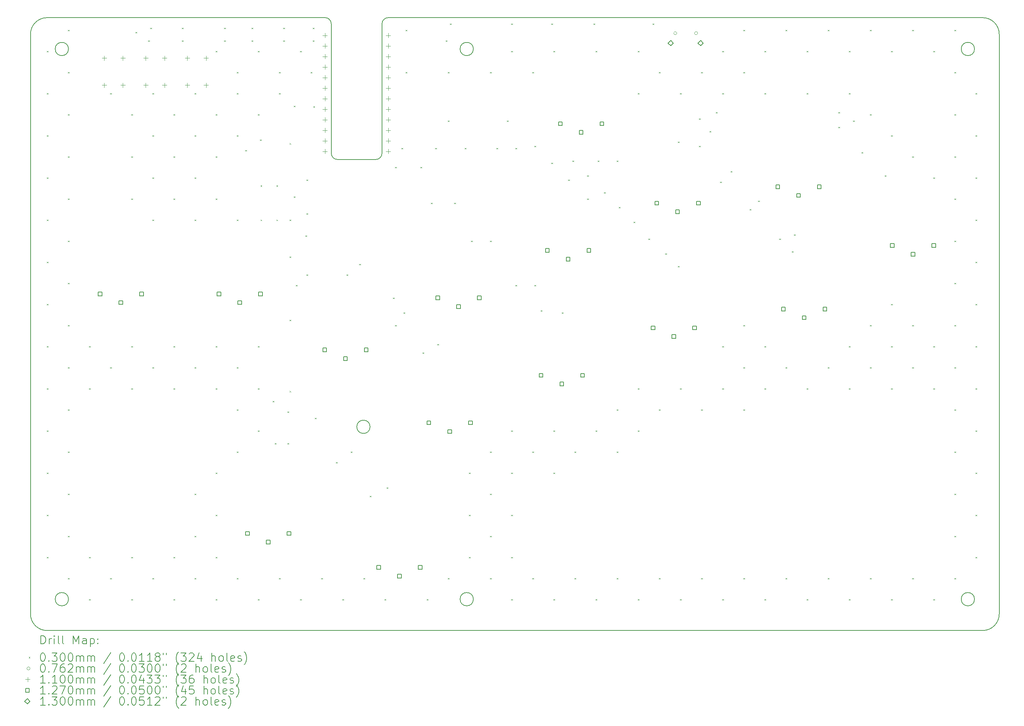
<source format=gbr>
%TF.GenerationSoftware,KiCad,Pcbnew,7.0.9*%
%TF.CreationDate,2023-12-16T20:19:45+09:00*%
%TF.ProjectId,ergoSHIFT-rev1-kicad,6572676f-5348-4494-9654-2d726576312d,rev?*%
%TF.SameCoordinates,Original*%
%TF.FileFunction,Drillmap*%
%TF.FilePolarity,Positive*%
%FSLAX45Y45*%
G04 Gerber Fmt 4.5, Leading zero omitted, Abs format (unit mm)*
G04 Created by KiCad (PCBNEW 7.0.9) date 2023-12-16 20:19:45*
%MOMM*%
%LPD*%
G01*
G04 APERTURE LIST*
%ADD10C,0.200000*%
%ADD11C,0.100000*%
%ADD12C,0.110000*%
%ADD13C,0.127000*%
%ADD14C,0.130000*%
G04 APERTURE END LIST*
D10*
X13560000Y-5350000D02*
X13560000Y-8468000D01*
X13710000Y-5200000D02*
G75*
G03*
X13560000Y-5350000I0J-150000D01*
G01*
X15760000Y-19212000D02*
G75*
G03*
X15760000Y-19212000I-160000J0D01*
G01*
X6015000Y-5955000D02*
G75*
G03*
X6015000Y-5955000I-160000J0D01*
G01*
X28017000Y-19967000D02*
G75*
G03*
X28417000Y-19567000I0J400000D01*
G01*
X5100000Y-5600000D02*
X5100000Y-19567000D01*
X12340000Y-5350000D02*
X12340000Y-8468000D01*
X12490000Y-8618000D02*
X13410000Y-8618000D01*
X12340000Y-5350000D02*
G75*
G03*
X12190000Y-5200000I-150000J0D01*
G01*
X5500000Y-5200000D02*
X12190000Y-5200000D01*
X13710000Y-5200000D02*
X28017000Y-5200000D01*
X27822000Y-5955000D02*
G75*
G03*
X27822000Y-5955000I-160000J0D01*
G01*
X27822000Y-19212000D02*
G75*
G03*
X27822000Y-19212000I-160000J0D01*
G01*
X5500000Y-5200000D02*
G75*
G03*
X5100000Y-5600000I0J-400000D01*
G01*
X13410000Y-8618000D02*
G75*
G03*
X13560000Y-8468000I0J150000D01*
G01*
X6015000Y-19212000D02*
G75*
G03*
X6015000Y-19212000I-160000J0D01*
G01*
X5100000Y-19567000D02*
G75*
G03*
X5500000Y-19967000I400000J0D01*
G01*
X12340000Y-8468000D02*
G75*
G03*
X12490000Y-8618000I150000J0D01*
G01*
X13274000Y-15058000D02*
G75*
G03*
X13274000Y-15058000I-160000J0D01*
G01*
X5500000Y-19967000D02*
X28017000Y-19967000D01*
X28417000Y-5600000D02*
X28417000Y-19567000D01*
X15760000Y-5955000D02*
G75*
G03*
X15760000Y-5955000I-160000J0D01*
G01*
X28417000Y-5600000D02*
G75*
G03*
X28017000Y-5200000I-400000J0D01*
G01*
D11*
X5493000Y-6001000D02*
X5523000Y-6031000D01*
X5523000Y-6001000D02*
X5493000Y-6031000D01*
X5493000Y-7017000D02*
X5523000Y-7047000D01*
X5523000Y-7017000D02*
X5493000Y-7047000D01*
X5493000Y-8033000D02*
X5523000Y-8063000D01*
X5523000Y-8033000D02*
X5493000Y-8063000D01*
X5493000Y-9049000D02*
X5523000Y-9079000D01*
X5523000Y-9049000D02*
X5493000Y-9079000D01*
X5493000Y-10065000D02*
X5523000Y-10095000D01*
X5523000Y-10065000D02*
X5493000Y-10095000D01*
X5493000Y-11081000D02*
X5523000Y-11111000D01*
X5523000Y-11081000D02*
X5493000Y-11111000D01*
X5493000Y-12097000D02*
X5523000Y-12127000D01*
X5523000Y-12097000D02*
X5493000Y-12127000D01*
X5493000Y-13113000D02*
X5523000Y-13143000D01*
X5523000Y-13113000D02*
X5493000Y-13143000D01*
X5493000Y-14129000D02*
X5523000Y-14159000D01*
X5523000Y-14129000D02*
X5493000Y-14159000D01*
X5493000Y-15145000D02*
X5523000Y-15175000D01*
X5523000Y-15145000D02*
X5493000Y-15175000D01*
X5493000Y-16161000D02*
X5523000Y-16191000D01*
X5523000Y-16161000D02*
X5493000Y-16191000D01*
X5493000Y-17177000D02*
X5523000Y-17207000D01*
X5523000Y-17177000D02*
X5493000Y-17207000D01*
X5493000Y-18193000D02*
X5523000Y-18223000D01*
X5523000Y-18193000D02*
X5493000Y-18223000D01*
X6001000Y-5493000D02*
X6031000Y-5523000D01*
X6031000Y-5493000D02*
X6001000Y-5523000D01*
X6001000Y-6509000D02*
X6031000Y-6539000D01*
X6031000Y-6509000D02*
X6001000Y-6539000D01*
X6001000Y-7525000D02*
X6031000Y-7555000D01*
X6031000Y-7525000D02*
X6001000Y-7555000D01*
X6001000Y-8541000D02*
X6031000Y-8571000D01*
X6031000Y-8541000D02*
X6001000Y-8571000D01*
X6001000Y-9557000D02*
X6031000Y-9587000D01*
X6031000Y-9557000D02*
X6001000Y-9587000D01*
X6001000Y-10573000D02*
X6031000Y-10603000D01*
X6031000Y-10573000D02*
X6001000Y-10603000D01*
X6001000Y-11589000D02*
X6031000Y-11619000D01*
X6031000Y-11589000D02*
X6001000Y-11619000D01*
X6001000Y-12605000D02*
X6031000Y-12635000D01*
X6031000Y-12605000D02*
X6001000Y-12635000D01*
X6001000Y-13621000D02*
X6031000Y-13651000D01*
X6031000Y-13621000D02*
X6001000Y-13651000D01*
X6001000Y-14637000D02*
X6031000Y-14667000D01*
X6031000Y-14637000D02*
X6001000Y-14667000D01*
X6001000Y-15653000D02*
X6031000Y-15683000D01*
X6031000Y-15653000D02*
X6001000Y-15683000D01*
X6001000Y-16669000D02*
X6031000Y-16699000D01*
X6031000Y-16669000D02*
X6001000Y-16699000D01*
X6001000Y-17685000D02*
X6031000Y-17715000D01*
X6031000Y-17685000D02*
X6001000Y-17715000D01*
X6001000Y-18701000D02*
X6031000Y-18731000D01*
X6031000Y-18701000D02*
X6001000Y-18731000D01*
X6509000Y-13113000D02*
X6539000Y-13143000D01*
X6539000Y-13113000D02*
X6509000Y-13143000D01*
X6509000Y-14129000D02*
X6539000Y-14159000D01*
X6539000Y-14129000D02*
X6509000Y-14159000D01*
X6509000Y-18193000D02*
X6539000Y-18223000D01*
X6539000Y-18193000D02*
X6509000Y-18223000D01*
X6509000Y-19209000D02*
X6539000Y-19239000D01*
X6539000Y-19209000D02*
X6509000Y-19239000D01*
X7017000Y-7017000D02*
X7047000Y-7047000D01*
X7047000Y-7017000D02*
X7017000Y-7047000D01*
X7017000Y-13621000D02*
X7047000Y-13651000D01*
X7047000Y-13621000D02*
X7017000Y-13651000D01*
X7017000Y-18701000D02*
X7047000Y-18731000D01*
X7047000Y-18701000D02*
X7017000Y-18731000D01*
X7525000Y-7525000D02*
X7555000Y-7555000D01*
X7555000Y-7525000D02*
X7525000Y-7555000D01*
X7525000Y-8541000D02*
X7555000Y-8571000D01*
X7555000Y-8541000D02*
X7525000Y-8571000D01*
X7525000Y-9557000D02*
X7555000Y-9587000D01*
X7555000Y-9557000D02*
X7525000Y-9587000D01*
X7525000Y-13113000D02*
X7555000Y-13143000D01*
X7555000Y-13113000D02*
X7525000Y-13143000D01*
X7525000Y-14129000D02*
X7555000Y-14159000D01*
X7555000Y-14129000D02*
X7525000Y-14159000D01*
X7525000Y-18193000D02*
X7555000Y-18223000D01*
X7555000Y-18193000D02*
X7525000Y-18223000D01*
X7525000Y-19209000D02*
X7555000Y-19239000D01*
X7555000Y-19209000D02*
X7525000Y-19239000D01*
X7626600Y-5543800D02*
X7656600Y-5573800D01*
X7656600Y-5543800D02*
X7626600Y-5573800D01*
X7931400Y-5747000D02*
X7961400Y-5777000D01*
X7961400Y-5747000D02*
X7931400Y-5777000D01*
X7982200Y-5442200D02*
X8012200Y-5472200D01*
X8012200Y-5442200D02*
X7982200Y-5472200D01*
X8033000Y-7017000D02*
X8063000Y-7047000D01*
X8063000Y-7017000D02*
X8033000Y-7047000D01*
X8033000Y-8033000D02*
X8063000Y-8063000D01*
X8063000Y-8033000D02*
X8033000Y-8063000D01*
X8033000Y-9049000D02*
X8063000Y-9079000D01*
X8063000Y-9049000D02*
X8033000Y-9079000D01*
X8033000Y-10065000D02*
X8063000Y-10095000D01*
X8063000Y-10065000D02*
X8033000Y-10095000D01*
X8033000Y-13621000D02*
X8063000Y-13651000D01*
X8063000Y-13621000D02*
X8033000Y-13651000D01*
X8033000Y-18701000D02*
X8063000Y-18731000D01*
X8063000Y-18701000D02*
X8033000Y-18731000D01*
X8541000Y-7525000D02*
X8571000Y-7555000D01*
X8571000Y-7525000D02*
X8541000Y-7555000D01*
X8541000Y-8541000D02*
X8571000Y-8571000D01*
X8571000Y-8541000D02*
X8541000Y-8571000D01*
X8541000Y-9557000D02*
X8571000Y-9587000D01*
X8571000Y-9557000D02*
X8541000Y-9587000D01*
X8541000Y-13113000D02*
X8571000Y-13143000D01*
X8571000Y-13113000D02*
X8541000Y-13143000D01*
X8541000Y-14129000D02*
X8571000Y-14159000D01*
X8571000Y-14129000D02*
X8541000Y-14159000D01*
X8541000Y-18193000D02*
X8571000Y-18223000D01*
X8571000Y-18193000D02*
X8541000Y-18223000D01*
X8541000Y-19209000D02*
X8571000Y-19239000D01*
X8571000Y-19209000D02*
X8541000Y-19239000D01*
X8744200Y-5442200D02*
X8774200Y-5472200D01*
X8774200Y-5442200D02*
X8744200Y-5472200D01*
X8744200Y-5747000D02*
X8774200Y-5777000D01*
X8774200Y-5747000D02*
X8744200Y-5777000D01*
X9049000Y-7017000D02*
X9079000Y-7047000D01*
X9079000Y-7017000D02*
X9049000Y-7047000D01*
X9049000Y-8033000D02*
X9079000Y-8063000D01*
X9079000Y-8033000D02*
X9049000Y-8063000D01*
X9049000Y-9049000D02*
X9079000Y-9079000D01*
X9079000Y-9049000D02*
X9049000Y-9079000D01*
X9049000Y-10065000D02*
X9079000Y-10095000D01*
X9079000Y-10065000D02*
X9049000Y-10095000D01*
X9049000Y-13621000D02*
X9079000Y-13651000D01*
X9079000Y-13621000D02*
X9049000Y-13651000D01*
X9049000Y-16669000D02*
X9079000Y-16699000D01*
X9079000Y-16669000D02*
X9049000Y-16699000D01*
X9049000Y-17685000D02*
X9079000Y-17715000D01*
X9079000Y-17685000D02*
X9049000Y-17715000D01*
X9049000Y-18701000D02*
X9079000Y-18731000D01*
X9079000Y-18701000D02*
X9049000Y-18731000D01*
X9557000Y-6001000D02*
X9587000Y-6031000D01*
X9587000Y-6001000D02*
X9557000Y-6031000D01*
X9557000Y-7525000D02*
X9587000Y-7555000D01*
X9587000Y-7525000D02*
X9557000Y-7555000D01*
X9557000Y-8541000D02*
X9587000Y-8571000D01*
X9587000Y-8541000D02*
X9557000Y-8571000D01*
X9557000Y-9557000D02*
X9587000Y-9587000D01*
X9587000Y-9557000D02*
X9557000Y-9587000D01*
X9557000Y-13113000D02*
X9587000Y-13143000D01*
X9587000Y-13113000D02*
X9557000Y-13143000D01*
X9557000Y-14129000D02*
X9587000Y-14159000D01*
X9587000Y-14129000D02*
X9557000Y-14159000D01*
X9557000Y-16161000D02*
X9587000Y-16191000D01*
X9587000Y-16161000D02*
X9557000Y-16191000D01*
X9557000Y-17177000D02*
X9587000Y-17207000D01*
X9587000Y-17177000D02*
X9557000Y-17207000D01*
X9557000Y-18193000D02*
X9587000Y-18223000D01*
X9587000Y-18193000D02*
X9557000Y-18223000D01*
X9557000Y-19209000D02*
X9587000Y-19239000D01*
X9587000Y-19209000D02*
X9557000Y-19239000D01*
X9760200Y-5442200D02*
X9790200Y-5472200D01*
X9790200Y-5442200D02*
X9760200Y-5472200D01*
X9760200Y-5747000D02*
X9790200Y-5777000D01*
X9790200Y-5747000D02*
X9760200Y-5777000D01*
X10065000Y-6509000D02*
X10095000Y-6539000D01*
X10095000Y-6509000D02*
X10065000Y-6539000D01*
X10065000Y-7017000D02*
X10095000Y-7047000D01*
X10095000Y-7017000D02*
X10065000Y-7047000D01*
X10065000Y-8033000D02*
X10095000Y-8063000D01*
X10095000Y-8033000D02*
X10065000Y-8063000D01*
X10065000Y-10065000D02*
X10095000Y-10095000D01*
X10095000Y-10065000D02*
X10065000Y-10095000D01*
X10065000Y-13621000D02*
X10095000Y-13651000D01*
X10095000Y-13621000D02*
X10065000Y-13651000D01*
X10065000Y-14637000D02*
X10095000Y-14667000D01*
X10095000Y-14637000D02*
X10065000Y-14667000D01*
X10065000Y-15653000D02*
X10095000Y-15683000D01*
X10095000Y-15653000D02*
X10065000Y-15683000D01*
X10065000Y-18701000D02*
X10095000Y-18731000D01*
X10095000Y-18701000D02*
X10065000Y-18731000D01*
X10268200Y-8388600D02*
X10298200Y-8418600D01*
X10298200Y-8388600D02*
X10268200Y-8418600D01*
X10420600Y-5442200D02*
X10450600Y-5472200D01*
X10450600Y-5442200D02*
X10420600Y-5472200D01*
X10420600Y-5747000D02*
X10450600Y-5777000D01*
X10450600Y-5747000D02*
X10420600Y-5777000D01*
X10573000Y-6001000D02*
X10603000Y-6031000D01*
X10603000Y-6001000D02*
X10573000Y-6031000D01*
X10573000Y-7525000D02*
X10603000Y-7555000D01*
X10603000Y-7525000D02*
X10573000Y-7555000D01*
X10573000Y-13113000D02*
X10603000Y-13143000D01*
X10603000Y-13113000D02*
X10573000Y-13143000D01*
X10573000Y-14129000D02*
X10603000Y-14159000D01*
X10603000Y-14129000D02*
X10573000Y-14159000D01*
X10573000Y-15145000D02*
X10603000Y-15175000D01*
X10603000Y-15145000D02*
X10573000Y-15175000D01*
X10573000Y-19209000D02*
X10603000Y-19239000D01*
X10603000Y-19209000D02*
X10573000Y-19239000D01*
X10623800Y-8134600D02*
X10653800Y-8164600D01*
X10653800Y-8134600D02*
X10623800Y-8164600D01*
X10636500Y-9239500D02*
X10666500Y-9269500D01*
X10666500Y-9239500D02*
X10636500Y-9269500D01*
X10636500Y-10065000D02*
X10666500Y-10095000D01*
X10666500Y-10065000D02*
X10636500Y-10095000D01*
X10928600Y-14433800D02*
X10958600Y-14463800D01*
X10958600Y-14433800D02*
X10928600Y-14463800D01*
X10979400Y-15449800D02*
X11009400Y-15479800D01*
X11009400Y-15449800D02*
X10979400Y-15479800D01*
X11017500Y-9239500D02*
X11047500Y-9269500D01*
X11047500Y-9239500D02*
X11017500Y-9269500D01*
X11017500Y-10065000D02*
X11047500Y-10095000D01*
X11047500Y-10065000D02*
X11017500Y-10095000D01*
X11081000Y-6509000D02*
X11111000Y-6539000D01*
X11111000Y-6509000D02*
X11081000Y-6539000D01*
X11081000Y-7017000D02*
X11111000Y-7047000D01*
X11111000Y-7017000D02*
X11081000Y-7047000D01*
X11081000Y-18701000D02*
X11111000Y-18731000D01*
X11111000Y-18701000D02*
X11081000Y-18731000D01*
X11182600Y-5442200D02*
X11212600Y-5472200D01*
X11212600Y-5442200D02*
X11182600Y-5472200D01*
X11182600Y-5747000D02*
X11212600Y-5777000D01*
X11212600Y-5747000D02*
X11182600Y-5777000D01*
X11284200Y-14687800D02*
X11314200Y-14717800D01*
X11314200Y-14687800D02*
X11284200Y-14717800D01*
X11284200Y-15449800D02*
X11314200Y-15479800D01*
X11314200Y-15449800D02*
X11284200Y-15479800D01*
X11335000Y-8223500D02*
X11365000Y-8253500D01*
X11365000Y-8223500D02*
X11335000Y-8253500D01*
X11335000Y-10065000D02*
X11365000Y-10095000D01*
X11365000Y-10065000D02*
X11335000Y-10095000D01*
X11335000Y-10954000D02*
X11365000Y-10984000D01*
X11365000Y-10954000D02*
X11335000Y-10984000D01*
X11335000Y-12478000D02*
X11365000Y-12508000D01*
X11365000Y-12478000D02*
X11335000Y-12508000D01*
X11335000Y-14192500D02*
X11365000Y-14222500D01*
X11365000Y-14192500D02*
X11335000Y-14222500D01*
X11436600Y-7321800D02*
X11466600Y-7351800D01*
X11466600Y-7321800D02*
X11436600Y-7351800D01*
X11436600Y-9506200D02*
X11466600Y-9536200D01*
X11466600Y-9506200D02*
X11436600Y-9536200D01*
X11487400Y-11639800D02*
X11517400Y-11669800D01*
X11517400Y-11639800D02*
X11487400Y-11669800D01*
X11589000Y-6001000D02*
X11619000Y-6031000D01*
X11619000Y-6001000D02*
X11589000Y-6031000D01*
X11589000Y-19209000D02*
X11619000Y-19239000D01*
X11619000Y-19209000D02*
X11589000Y-19239000D01*
X11716000Y-10446000D02*
X11746000Y-10476000D01*
X11746000Y-10446000D02*
X11716000Y-10476000D01*
X11741400Y-9099800D02*
X11771400Y-9129800D01*
X11771400Y-9099800D02*
X11741400Y-9129800D01*
X11741400Y-9912600D02*
X11771400Y-9942600D01*
X11771400Y-9912600D02*
X11741400Y-9942600D01*
X11741400Y-11385800D02*
X11771400Y-11415800D01*
X11771400Y-11385800D02*
X11741400Y-11415800D01*
X11843000Y-6509000D02*
X11873000Y-6539000D01*
X11873000Y-6509000D02*
X11843000Y-6539000D01*
X11893800Y-5442200D02*
X11923800Y-5472200D01*
X11923800Y-5442200D02*
X11893800Y-5472200D01*
X11893800Y-5747000D02*
X11923800Y-5777000D01*
X11923800Y-5747000D02*
X11893800Y-5777000D01*
X11906500Y-7334500D02*
X11936500Y-7364500D01*
X11936500Y-7334500D02*
X11906500Y-7364500D01*
X11944600Y-14840200D02*
X11974600Y-14870200D01*
X11974600Y-14840200D02*
X11944600Y-14870200D01*
X12097000Y-18701000D02*
X12127000Y-18731000D01*
X12127000Y-18701000D02*
X12097000Y-18731000D01*
X12452600Y-15907000D02*
X12482600Y-15937000D01*
X12482600Y-15907000D02*
X12452600Y-15937000D01*
X12605000Y-19209000D02*
X12635000Y-19239000D01*
X12635000Y-19209000D02*
X12605000Y-19239000D01*
X12706600Y-11385800D02*
X12736600Y-11415800D01*
X12736600Y-11385800D02*
X12706600Y-11415800D01*
X12808200Y-15653000D02*
X12838200Y-15683000D01*
X12838200Y-15653000D02*
X12808200Y-15683000D01*
X13011400Y-11131800D02*
X13041400Y-11161800D01*
X13041400Y-11131800D02*
X13011400Y-11161800D01*
X13113000Y-18701000D02*
X13143000Y-18731000D01*
X13143000Y-18701000D02*
X13113000Y-18731000D01*
X13265400Y-16719800D02*
X13295400Y-16749800D01*
X13295400Y-16719800D02*
X13265400Y-16749800D01*
X13621000Y-19209000D02*
X13651000Y-19239000D01*
X13651000Y-19209000D02*
X13621000Y-19239000D01*
X13671800Y-16516600D02*
X13701800Y-16546600D01*
X13701800Y-16516600D02*
X13671800Y-16546600D01*
X13824200Y-11944600D02*
X13854200Y-11974600D01*
X13854200Y-11944600D02*
X13824200Y-11974600D01*
X13875000Y-8795000D02*
X13905000Y-8825000D01*
X13905000Y-8795000D02*
X13875000Y-8825000D01*
X13875000Y-12605000D02*
X13905000Y-12635000D01*
X13905000Y-12605000D02*
X13875000Y-12635000D01*
X14027400Y-8337800D02*
X14057400Y-8367800D01*
X14057400Y-8337800D02*
X14027400Y-8367800D01*
X14078200Y-12300200D02*
X14108200Y-12330200D01*
X14108200Y-12300200D02*
X14078200Y-12330200D01*
X14129000Y-5493000D02*
X14159000Y-5523000D01*
X14159000Y-5493000D02*
X14129000Y-5523000D01*
X14129000Y-6509000D02*
X14159000Y-6539000D01*
X14159000Y-6509000D02*
X14129000Y-6539000D01*
X14484600Y-8795000D02*
X14514600Y-8825000D01*
X14514600Y-8795000D02*
X14484600Y-8825000D01*
X14535400Y-13265400D02*
X14565400Y-13295400D01*
X14565400Y-13265400D02*
X14535400Y-13295400D01*
X14637000Y-19209000D02*
X14667000Y-19239000D01*
X14667000Y-19209000D02*
X14637000Y-19239000D01*
X14738600Y-9658600D02*
X14768600Y-9688600D01*
X14768600Y-9658600D02*
X14738600Y-9688600D01*
X14840200Y-8337800D02*
X14870200Y-8367800D01*
X14870200Y-8337800D02*
X14840200Y-8367800D01*
X14891000Y-13062200D02*
X14921000Y-13092200D01*
X14921000Y-13062200D02*
X14891000Y-13092200D01*
X15094200Y-5747000D02*
X15124200Y-5777000D01*
X15124200Y-5747000D02*
X15094200Y-5777000D01*
X15145000Y-6509000D02*
X15175000Y-6539000D01*
X15175000Y-6509000D02*
X15145000Y-6539000D01*
X15145000Y-7677400D02*
X15175000Y-7707400D01*
X15175000Y-7677400D02*
X15145000Y-7707400D01*
X15145000Y-18701000D02*
X15175000Y-18731000D01*
X15175000Y-18701000D02*
X15145000Y-18731000D01*
X15195800Y-5340600D02*
X15225800Y-5370600D01*
X15225800Y-5340600D02*
X15195800Y-5370600D01*
X15297400Y-9658600D02*
X15327400Y-9688600D01*
X15327400Y-9658600D02*
X15297400Y-9688600D01*
X15551400Y-8337800D02*
X15581400Y-8367800D01*
X15581400Y-8337800D02*
X15551400Y-8367800D01*
X15653000Y-16161000D02*
X15683000Y-16191000D01*
X15683000Y-16161000D02*
X15653000Y-16191000D01*
X15653000Y-17177000D02*
X15683000Y-17207000D01*
X15683000Y-17177000D02*
X15653000Y-17207000D01*
X15653000Y-18193000D02*
X15683000Y-18223000D01*
X15683000Y-18193000D02*
X15653000Y-18223000D01*
X15703800Y-10573000D02*
X15733800Y-10603000D01*
X15733800Y-10573000D02*
X15703800Y-10603000D01*
X16161000Y-6509000D02*
X16191000Y-6539000D01*
X16191000Y-6509000D02*
X16161000Y-6539000D01*
X16161000Y-10573000D02*
X16191000Y-10603000D01*
X16191000Y-10573000D02*
X16161000Y-10603000D01*
X16161000Y-15653000D02*
X16191000Y-15683000D01*
X16191000Y-15653000D02*
X16161000Y-15683000D01*
X16161000Y-16669000D02*
X16191000Y-16699000D01*
X16191000Y-16669000D02*
X16161000Y-16699000D01*
X16161000Y-17685000D02*
X16191000Y-17715000D01*
X16191000Y-17685000D02*
X16161000Y-17715000D01*
X16161000Y-18701000D02*
X16191000Y-18731000D01*
X16191000Y-18701000D02*
X16161000Y-18731000D01*
X16313400Y-8337800D02*
X16343400Y-8367800D01*
X16343400Y-8337800D02*
X16313400Y-8367800D01*
X16567400Y-7677400D02*
X16597400Y-7707400D01*
X16597400Y-7677400D02*
X16567400Y-7707400D01*
X16669000Y-5340600D02*
X16699000Y-5370600D01*
X16699000Y-5340600D02*
X16669000Y-5370600D01*
X16669000Y-6001000D02*
X16699000Y-6031000D01*
X16699000Y-6001000D02*
X16669000Y-6031000D01*
X16669000Y-15145000D02*
X16699000Y-15175000D01*
X16699000Y-15145000D02*
X16669000Y-15175000D01*
X16669000Y-16161000D02*
X16699000Y-16191000D01*
X16699000Y-16161000D02*
X16669000Y-16191000D01*
X16669000Y-17177000D02*
X16699000Y-17207000D01*
X16699000Y-17177000D02*
X16669000Y-17207000D01*
X16669000Y-18193000D02*
X16699000Y-18223000D01*
X16699000Y-18193000D02*
X16669000Y-18223000D01*
X16669000Y-19209000D02*
X16699000Y-19239000D01*
X16699000Y-19209000D02*
X16669000Y-19239000D01*
X16770600Y-8337800D02*
X16800600Y-8367800D01*
X16800600Y-8337800D02*
X16770600Y-8367800D01*
X16770600Y-11639800D02*
X16800600Y-11669800D01*
X16800600Y-11639800D02*
X16770600Y-11669800D01*
X17177000Y-6509000D02*
X17207000Y-6539000D01*
X17207000Y-6509000D02*
X17177000Y-6539000D01*
X17177000Y-15653000D02*
X17207000Y-15683000D01*
X17207000Y-15653000D02*
X17177000Y-15683000D01*
X17177000Y-18701000D02*
X17207000Y-18731000D01*
X17207000Y-18701000D02*
X17177000Y-18731000D01*
X17227800Y-8287000D02*
X17257800Y-8317000D01*
X17257800Y-8287000D02*
X17227800Y-8317000D01*
X17227800Y-11639800D02*
X17257800Y-11669800D01*
X17257800Y-11639800D02*
X17227800Y-11669800D01*
X17380200Y-12249400D02*
X17410200Y-12279400D01*
X17410200Y-12249400D02*
X17380200Y-12279400D01*
X17634200Y-5340600D02*
X17664200Y-5370600D01*
X17664200Y-5340600D02*
X17634200Y-5370600D01*
X17634200Y-8693400D02*
X17664200Y-8723400D01*
X17664200Y-8693400D02*
X17634200Y-8723400D01*
X17685000Y-6001000D02*
X17715000Y-6031000D01*
X17715000Y-6001000D02*
X17685000Y-6031000D01*
X17685000Y-15145000D02*
X17715000Y-15175000D01*
X17715000Y-15145000D02*
X17685000Y-15175000D01*
X17685000Y-16161000D02*
X17715000Y-16191000D01*
X17715000Y-16161000D02*
X17685000Y-16191000D01*
X17685000Y-19209000D02*
X17715000Y-19239000D01*
X17715000Y-19209000D02*
X17685000Y-19239000D01*
X17888200Y-12300200D02*
X17918200Y-12330200D01*
X17918200Y-12300200D02*
X17888200Y-12330200D01*
X18040600Y-9099800D02*
X18070600Y-9129800D01*
X18070600Y-9099800D02*
X18040600Y-9129800D01*
X18142200Y-8642600D02*
X18172200Y-8672600D01*
X18172200Y-8642600D02*
X18142200Y-8672600D01*
X18193000Y-15653000D02*
X18223000Y-15683000D01*
X18223000Y-15653000D02*
X18193000Y-15683000D01*
X18193000Y-18701000D02*
X18223000Y-18731000D01*
X18223000Y-18701000D02*
X18193000Y-18731000D01*
X18497800Y-8998200D02*
X18527800Y-9028200D01*
X18527800Y-8998200D02*
X18497800Y-9028200D01*
X18497800Y-9557000D02*
X18527800Y-9587000D01*
X18527800Y-9557000D02*
X18497800Y-9587000D01*
X18650200Y-5340600D02*
X18680200Y-5370600D01*
X18680200Y-5340600D02*
X18650200Y-5370600D01*
X18701000Y-6001000D02*
X18731000Y-6031000D01*
X18731000Y-6001000D02*
X18701000Y-6031000D01*
X18701000Y-15145000D02*
X18731000Y-15175000D01*
X18731000Y-15145000D02*
X18701000Y-15175000D01*
X18701000Y-19209000D02*
X18731000Y-19239000D01*
X18731000Y-19209000D02*
X18701000Y-19239000D01*
X18751800Y-8642600D02*
X18781800Y-8672600D01*
X18781800Y-8642600D02*
X18751800Y-8672600D01*
X18904200Y-9404600D02*
X18934200Y-9434600D01*
X18934200Y-9404600D02*
X18904200Y-9434600D01*
X19209000Y-8642600D02*
X19239000Y-8672600D01*
X19239000Y-8642600D02*
X19209000Y-8672600D01*
X19209000Y-14637000D02*
X19239000Y-14667000D01*
X19239000Y-14637000D02*
X19209000Y-14667000D01*
X19209000Y-15653000D02*
X19239000Y-15683000D01*
X19239000Y-15653000D02*
X19209000Y-15683000D01*
X19209000Y-18701000D02*
X19239000Y-18731000D01*
X19239000Y-18701000D02*
X19209000Y-18731000D01*
X19259800Y-9760200D02*
X19289800Y-9790200D01*
X19289800Y-9760200D02*
X19259800Y-9790200D01*
X19615400Y-10115800D02*
X19645400Y-10145800D01*
X19645400Y-10115800D02*
X19615400Y-10145800D01*
X19717000Y-6001000D02*
X19747000Y-6031000D01*
X19747000Y-6001000D02*
X19717000Y-6031000D01*
X19717000Y-7017000D02*
X19747000Y-7047000D01*
X19747000Y-7017000D02*
X19717000Y-7047000D01*
X19717000Y-14129000D02*
X19747000Y-14159000D01*
X19747000Y-14129000D02*
X19717000Y-14159000D01*
X19717000Y-15145000D02*
X19747000Y-15175000D01*
X19747000Y-15145000D02*
X19717000Y-15175000D01*
X19717000Y-19209000D02*
X19747000Y-19239000D01*
X19747000Y-19209000D02*
X19717000Y-19239000D01*
X19971000Y-10522200D02*
X20001000Y-10552200D01*
X20001000Y-10522200D02*
X19971000Y-10552200D01*
X20072600Y-5340600D02*
X20102600Y-5370600D01*
X20102600Y-5340600D02*
X20072600Y-5370600D01*
X20225000Y-6509000D02*
X20255000Y-6539000D01*
X20255000Y-6509000D02*
X20225000Y-6539000D01*
X20225000Y-14637000D02*
X20255000Y-14667000D01*
X20255000Y-14637000D02*
X20225000Y-14667000D01*
X20225000Y-18701000D02*
X20255000Y-18731000D01*
X20255000Y-18701000D02*
X20225000Y-18731000D01*
X20377400Y-10877800D02*
X20407400Y-10907800D01*
X20407400Y-10877800D02*
X20377400Y-10907800D01*
X20682200Y-8185400D02*
X20712200Y-8215400D01*
X20712200Y-8185400D02*
X20682200Y-8215400D01*
X20682200Y-11182600D02*
X20712200Y-11212600D01*
X20712200Y-11182600D02*
X20682200Y-11212600D01*
X20733000Y-7017000D02*
X20763000Y-7047000D01*
X20763000Y-7017000D02*
X20733000Y-7047000D01*
X20733000Y-14129000D02*
X20763000Y-14159000D01*
X20763000Y-14129000D02*
X20733000Y-14159000D01*
X20733000Y-19209000D02*
X20763000Y-19239000D01*
X20763000Y-19209000D02*
X20733000Y-19239000D01*
X21190200Y-7626600D02*
X21220200Y-7656600D01*
X21220200Y-7626600D02*
X21190200Y-7656600D01*
X21190200Y-8287000D02*
X21220200Y-8317000D01*
X21220200Y-8287000D02*
X21190200Y-8317000D01*
X21241000Y-6509000D02*
X21271000Y-6539000D01*
X21271000Y-6509000D02*
X21241000Y-6539000D01*
X21241000Y-14637000D02*
X21271000Y-14667000D01*
X21271000Y-14637000D02*
X21241000Y-14667000D01*
X21241000Y-18701000D02*
X21271000Y-18731000D01*
X21271000Y-18701000D02*
X21241000Y-18731000D01*
X21444200Y-7931400D02*
X21474200Y-7961400D01*
X21474200Y-7931400D02*
X21444200Y-7961400D01*
X21596600Y-7474200D02*
X21626600Y-7504200D01*
X21626600Y-7474200D02*
X21596600Y-7504200D01*
X21698200Y-9150600D02*
X21728200Y-9180600D01*
X21728200Y-9150600D02*
X21698200Y-9180600D01*
X21749000Y-6001000D02*
X21779000Y-6031000D01*
X21779000Y-6001000D02*
X21749000Y-6031000D01*
X21749000Y-7017000D02*
X21779000Y-7047000D01*
X21779000Y-7017000D02*
X21749000Y-7047000D01*
X21749000Y-13113000D02*
X21779000Y-13143000D01*
X21779000Y-13113000D02*
X21749000Y-13143000D01*
X21749000Y-14129000D02*
X21779000Y-14159000D01*
X21779000Y-14129000D02*
X21749000Y-14159000D01*
X21749000Y-19209000D02*
X21779000Y-19239000D01*
X21779000Y-19209000D02*
X21749000Y-19239000D01*
X21952200Y-8896600D02*
X21982200Y-8926600D01*
X21982200Y-8896600D02*
X21952200Y-8926600D01*
X22257000Y-5493000D02*
X22287000Y-5523000D01*
X22287000Y-5493000D02*
X22257000Y-5523000D01*
X22257000Y-6509000D02*
X22287000Y-6539000D01*
X22287000Y-6509000D02*
X22257000Y-6539000D01*
X22257000Y-12605000D02*
X22287000Y-12635000D01*
X22287000Y-12605000D02*
X22257000Y-12635000D01*
X22257000Y-13621000D02*
X22287000Y-13651000D01*
X22287000Y-13621000D02*
X22257000Y-13651000D01*
X22257000Y-14637000D02*
X22287000Y-14667000D01*
X22287000Y-14637000D02*
X22257000Y-14667000D01*
X22257000Y-18701000D02*
X22287000Y-18731000D01*
X22287000Y-18701000D02*
X22257000Y-18731000D01*
X22409400Y-9811000D02*
X22439400Y-9841000D01*
X22439400Y-9811000D02*
X22409400Y-9841000D01*
X22612600Y-9607800D02*
X22642600Y-9637800D01*
X22642600Y-9607800D02*
X22612600Y-9637800D01*
X22765000Y-6001000D02*
X22795000Y-6031000D01*
X22795000Y-6001000D02*
X22765000Y-6031000D01*
X22765000Y-7017000D02*
X22795000Y-7047000D01*
X22795000Y-7017000D02*
X22765000Y-7047000D01*
X22765000Y-13113000D02*
X22795000Y-13143000D01*
X22795000Y-13113000D02*
X22765000Y-13143000D01*
X22765000Y-14129000D02*
X22795000Y-14159000D01*
X22795000Y-14129000D02*
X22765000Y-14159000D01*
X22765000Y-19209000D02*
X22795000Y-19239000D01*
X22795000Y-19209000D02*
X22765000Y-19239000D01*
X23120600Y-10522200D02*
X23150600Y-10552200D01*
X23150600Y-10522200D02*
X23120600Y-10552200D01*
X23273000Y-5493000D02*
X23303000Y-5523000D01*
X23303000Y-5493000D02*
X23273000Y-5523000D01*
X23273000Y-13621000D02*
X23303000Y-13651000D01*
X23303000Y-13621000D02*
X23273000Y-13651000D01*
X23273000Y-18701000D02*
X23303000Y-18731000D01*
X23303000Y-18701000D02*
X23273000Y-18731000D01*
X23425400Y-10827000D02*
X23455400Y-10857000D01*
X23455400Y-10827000D02*
X23425400Y-10857000D01*
X23476200Y-10420600D02*
X23506200Y-10450600D01*
X23506200Y-10420600D02*
X23476200Y-10450600D01*
X23781000Y-6001000D02*
X23811000Y-6031000D01*
X23811000Y-6001000D02*
X23781000Y-6031000D01*
X23781000Y-7017000D02*
X23811000Y-7047000D01*
X23811000Y-7017000D02*
X23781000Y-7047000D01*
X23781000Y-14129000D02*
X23811000Y-14159000D01*
X23811000Y-14129000D02*
X23781000Y-14159000D01*
X23781000Y-19209000D02*
X23811000Y-19239000D01*
X23811000Y-19209000D02*
X23781000Y-19239000D01*
X24289000Y-5493000D02*
X24319000Y-5523000D01*
X24319000Y-5493000D02*
X24289000Y-5523000D01*
X24289000Y-13621000D02*
X24319000Y-13651000D01*
X24319000Y-13621000D02*
X24289000Y-13651000D01*
X24289000Y-18701000D02*
X24319000Y-18731000D01*
X24319000Y-18701000D02*
X24289000Y-18731000D01*
X24543000Y-7474200D02*
X24573000Y-7504200D01*
X24573000Y-7474200D02*
X24543000Y-7504200D01*
X24543000Y-7829800D02*
X24573000Y-7859800D01*
X24573000Y-7829800D02*
X24543000Y-7859800D01*
X24797000Y-6001000D02*
X24827000Y-6031000D01*
X24827000Y-6001000D02*
X24797000Y-6031000D01*
X24797000Y-7017000D02*
X24827000Y-7047000D01*
X24827000Y-7017000D02*
X24797000Y-7047000D01*
X24797000Y-13113000D02*
X24827000Y-13143000D01*
X24827000Y-13113000D02*
X24797000Y-13143000D01*
X24797000Y-14129000D02*
X24827000Y-14159000D01*
X24827000Y-14129000D02*
X24797000Y-14159000D01*
X24797000Y-19209000D02*
X24827000Y-19239000D01*
X24827000Y-19209000D02*
X24797000Y-19239000D01*
X24898600Y-7677400D02*
X24928600Y-7707400D01*
X24928600Y-7677400D02*
X24898600Y-7707400D01*
X25101800Y-8439400D02*
X25131800Y-8469400D01*
X25131800Y-8439400D02*
X25101800Y-8469400D01*
X25305000Y-5493000D02*
X25335000Y-5523000D01*
X25335000Y-5493000D02*
X25305000Y-5523000D01*
X25305000Y-7525000D02*
X25335000Y-7555000D01*
X25335000Y-7525000D02*
X25305000Y-7555000D01*
X25305000Y-12605000D02*
X25335000Y-12635000D01*
X25335000Y-12605000D02*
X25305000Y-12635000D01*
X25305000Y-13621000D02*
X25335000Y-13651000D01*
X25335000Y-13621000D02*
X25305000Y-13651000D01*
X25305000Y-18701000D02*
X25335000Y-18731000D01*
X25335000Y-18701000D02*
X25305000Y-18731000D01*
X25660600Y-8998200D02*
X25690600Y-9028200D01*
X25690600Y-8998200D02*
X25660600Y-9028200D01*
X25813000Y-6001000D02*
X25843000Y-6031000D01*
X25843000Y-6001000D02*
X25813000Y-6031000D01*
X25813000Y-8033000D02*
X25843000Y-8063000D01*
X25843000Y-8033000D02*
X25813000Y-8063000D01*
X25813000Y-12097000D02*
X25843000Y-12127000D01*
X25843000Y-12097000D02*
X25813000Y-12127000D01*
X25813000Y-13113000D02*
X25843000Y-13143000D01*
X25843000Y-13113000D02*
X25813000Y-13143000D01*
X25813000Y-14129000D02*
X25843000Y-14159000D01*
X25843000Y-14129000D02*
X25813000Y-14159000D01*
X25813000Y-19209000D02*
X25843000Y-19239000D01*
X25843000Y-19209000D02*
X25813000Y-19239000D01*
X26321000Y-5493000D02*
X26351000Y-5523000D01*
X26351000Y-5493000D02*
X26321000Y-5523000D01*
X26321000Y-8541000D02*
X26351000Y-8571000D01*
X26351000Y-8541000D02*
X26321000Y-8571000D01*
X26321000Y-12605000D02*
X26351000Y-12635000D01*
X26351000Y-12605000D02*
X26321000Y-12635000D01*
X26321000Y-13621000D02*
X26351000Y-13651000D01*
X26351000Y-13621000D02*
X26321000Y-13651000D01*
X26321000Y-18701000D02*
X26351000Y-18731000D01*
X26351000Y-18701000D02*
X26321000Y-18731000D01*
X26829000Y-6001000D02*
X26859000Y-6031000D01*
X26859000Y-6001000D02*
X26829000Y-6031000D01*
X26829000Y-9049000D02*
X26859000Y-9079000D01*
X26859000Y-9049000D02*
X26829000Y-9079000D01*
X26829000Y-13113000D02*
X26859000Y-13143000D01*
X26859000Y-13113000D02*
X26829000Y-13143000D01*
X26829000Y-14129000D02*
X26859000Y-14159000D01*
X26859000Y-14129000D02*
X26829000Y-14159000D01*
X26829000Y-19209000D02*
X26859000Y-19239000D01*
X26859000Y-19209000D02*
X26829000Y-19239000D01*
X27337000Y-5493000D02*
X27367000Y-5523000D01*
X27367000Y-5493000D02*
X27337000Y-5523000D01*
X27337000Y-6509000D02*
X27367000Y-6539000D01*
X27367000Y-6509000D02*
X27337000Y-6539000D01*
X27337000Y-7525000D02*
X27367000Y-7555000D01*
X27367000Y-7525000D02*
X27337000Y-7555000D01*
X27337000Y-8541000D02*
X27367000Y-8571000D01*
X27367000Y-8541000D02*
X27337000Y-8571000D01*
X27337000Y-9557000D02*
X27367000Y-9587000D01*
X27367000Y-9557000D02*
X27337000Y-9587000D01*
X27337000Y-10573000D02*
X27367000Y-10603000D01*
X27367000Y-10573000D02*
X27337000Y-10603000D01*
X27337000Y-11589000D02*
X27367000Y-11619000D01*
X27367000Y-11589000D02*
X27337000Y-11619000D01*
X27337000Y-12605000D02*
X27367000Y-12635000D01*
X27367000Y-12605000D02*
X27337000Y-12635000D01*
X27337000Y-13621000D02*
X27367000Y-13651000D01*
X27367000Y-13621000D02*
X27337000Y-13651000D01*
X27337000Y-14637000D02*
X27367000Y-14667000D01*
X27367000Y-14637000D02*
X27337000Y-14667000D01*
X27337000Y-15653000D02*
X27367000Y-15683000D01*
X27367000Y-15653000D02*
X27337000Y-15683000D01*
X27337000Y-16669000D02*
X27367000Y-16699000D01*
X27367000Y-16669000D02*
X27337000Y-16699000D01*
X27337000Y-17685000D02*
X27367000Y-17715000D01*
X27367000Y-17685000D02*
X27337000Y-17715000D01*
X27337000Y-18701000D02*
X27367000Y-18731000D01*
X27367000Y-18701000D02*
X27337000Y-18731000D01*
X27845000Y-7017000D02*
X27875000Y-7047000D01*
X27875000Y-7017000D02*
X27845000Y-7047000D01*
X27845000Y-8033000D02*
X27875000Y-8063000D01*
X27875000Y-8033000D02*
X27845000Y-8063000D01*
X27845000Y-9049000D02*
X27875000Y-9079000D01*
X27875000Y-9049000D02*
X27845000Y-9079000D01*
X27845000Y-10065000D02*
X27875000Y-10095000D01*
X27875000Y-10065000D02*
X27845000Y-10095000D01*
X27845000Y-11081000D02*
X27875000Y-11111000D01*
X27875000Y-11081000D02*
X27845000Y-11111000D01*
X27845000Y-12097000D02*
X27875000Y-12127000D01*
X27875000Y-12097000D02*
X27845000Y-12127000D01*
X27845000Y-13113000D02*
X27875000Y-13143000D01*
X27875000Y-13113000D02*
X27845000Y-13143000D01*
X27845000Y-14129000D02*
X27875000Y-14159000D01*
X27875000Y-14129000D02*
X27845000Y-14159000D01*
X27845000Y-15145000D02*
X27875000Y-15175000D01*
X27875000Y-15145000D02*
X27845000Y-15175000D01*
X27845000Y-16161000D02*
X27875000Y-16191000D01*
X27875000Y-16161000D02*
X27845000Y-16191000D01*
X27845000Y-17177000D02*
X27875000Y-17207000D01*
X27875000Y-17177000D02*
X27845000Y-17207000D01*
X27845000Y-18193000D02*
X27875000Y-18223000D01*
X27875000Y-18193000D02*
X27845000Y-18223000D01*
X20658100Y-5575000D02*
G75*
G03*
X20658100Y-5575000I-38100J0D01*
G01*
X21158100Y-5575000D02*
G75*
G03*
X21158100Y-5575000I-38100J0D01*
G01*
D12*
X6875000Y-6120000D02*
X6875000Y-6230000D01*
X6820000Y-6175000D02*
X6930000Y-6175000D01*
X6875000Y-6770000D02*
X6875000Y-6880000D01*
X6820000Y-6825000D02*
X6930000Y-6825000D01*
X7325000Y-6120000D02*
X7325000Y-6230000D01*
X7270000Y-6175000D02*
X7380000Y-6175000D01*
X7325000Y-6770000D02*
X7325000Y-6880000D01*
X7270000Y-6825000D02*
X7380000Y-6825000D01*
X7875000Y-6120000D02*
X7875000Y-6230000D01*
X7820000Y-6175000D02*
X7930000Y-6175000D01*
X7875000Y-6770000D02*
X7875000Y-6880000D01*
X7820000Y-6825000D02*
X7930000Y-6825000D01*
X8325000Y-6120000D02*
X8325000Y-6230000D01*
X8270000Y-6175000D02*
X8380000Y-6175000D01*
X8325000Y-6770000D02*
X8325000Y-6880000D01*
X8270000Y-6825000D02*
X8380000Y-6825000D01*
X8875000Y-6120000D02*
X8875000Y-6230000D01*
X8820000Y-6175000D02*
X8930000Y-6175000D01*
X8875000Y-6770000D02*
X8875000Y-6880000D01*
X8820000Y-6825000D02*
X8930000Y-6825000D01*
X9325000Y-6120000D02*
X9325000Y-6230000D01*
X9270000Y-6175000D02*
X9380000Y-6175000D01*
X9325000Y-6770000D02*
X9325000Y-6880000D01*
X9270000Y-6825000D02*
X9380000Y-6825000D01*
X12188000Y-5575000D02*
X12188000Y-5685000D01*
X12133000Y-5630000D02*
X12243000Y-5630000D01*
X12188000Y-5829000D02*
X12188000Y-5939000D01*
X12133000Y-5884000D02*
X12243000Y-5884000D01*
X12188000Y-6083000D02*
X12188000Y-6193000D01*
X12133000Y-6138000D02*
X12243000Y-6138000D01*
X12188000Y-6337000D02*
X12188000Y-6447000D01*
X12133000Y-6392000D02*
X12243000Y-6392000D01*
X12188000Y-6591000D02*
X12188000Y-6701000D01*
X12133000Y-6646000D02*
X12243000Y-6646000D01*
X12188000Y-6845000D02*
X12188000Y-6955000D01*
X12133000Y-6900000D02*
X12243000Y-6900000D01*
X12188000Y-7099000D02*
X12188000Y-7209000D01*
X12133000Y-7154000D02*
X12243000Y-7154000D01*
X12188000Y-7353000D02*
X12188000Y-7463000D01*
X12133000Y-7408000D02*
X12243000Y-7408000D01*
X12188000Y-7607000D02*
X12188000Y-7717000D01*
X12133000Y-7662000D02*
X12243000Y-7662000D01*
X12188000Y-7861000D02*
X12188000Y-7971000D01*
X12133000Y-7916000D02*
X12243000Y-7916000D01*
X12188000Y-8115000D02*
X12188000Y-8225000D01*
X12133000Y-8170000D02*
X12243000Y-8170000D01*
X12188000Y-8369000D02*
X12188000Y-8479000D01*
X12133000Y-8424000D02*
X12243000Y-8424000D01*
X13712000Y-5575000D02*
X13712000Y-5685000D01*
X13657000Y-5630000D02*
X13767000Y-5630000D01*
X13712000Y-5829000D02*
X13712000Y-5939000D01*
X13657000Y-5884000D02*
X13767000Y-5884000D01*
X13712000Y-6083000D02*
X13712000Y-6193000D01*
X13657000Y-6138000D02*
X13767000Y-6138000D01*
X13712000Y-6337000D02*
X13712000Y-6447000D01*
X13657000Y-6392000D02*
X13767000Y-6392000D01*
X13712000Y-6591000D02*
X13712000Y-6701000D01*
X13657000Y-6646000D02*
X13767000Y-6646000D01*
X13712000Y-6845000D02*
X13712000Y-6955000D01*
X13657000Y-6900000D02*
X13767000Y-6900000D01*
X13712000Y-7099000D02*
X13712000Y-7209000D01*
X13657000Y-7154000D02*
X13767000Y-7154000D01*
X13712000Y-7353000D02*
X13712000Y-7463000D01*
X13657000Y-7408000D02*
X13767000Y-7408000D01*
X13712000Y-7607000D02*
X13712000Y-7717000D01*
X13657000Y-7662000D02*
X13767000Y-7662000D01*
X13712000Y-7861000D02*
X13712000Y-7971000D01*
X13657000Y-7916000D02*
X13767000Y-7916000D01*
X13712000Y-8115000D02*
X13712000Y-8225000D01*
X13657000Y-8170000D02*
X13767000Y-8170000D01*
X13712000Y-8369000D02*
X13712000Y-8479000D01*
X13657000Y-8424000D02*
X13767000Y-8424000D01*
D13*
X6819902Y-11899902D02*
X6819902Y-11810098D01*
X6730098Y-11810098D01*
X6730098Y-11899902D01*
X6819902Y-11899902D01*
X7319902Y-12109902D02*
X7319902Y-12020098D01*
X7230098Y-12020098D01*
X7230098Y-12109902D01*
X7319902Y-12109902D01*
X7819902Y-11899902D02*
X7819902Y-11810098D01*
X7730098Y-11810098D01*
X7730098Y-11899902D01*
X7819902Y-11899902D01*
X9681902Y-11899902D02*
X9681902Y-11810098D01*
X9592098Y-11810098D01*
X9592098Y-11899902D01*
X9681902Y-11899902D01*
X10181902Y-12109902D02*
X10181902Y-12020098D01*
X10092098Y-12020098D01*
X10092098Y-12109902D01*
X10181902Y-12109902D01*
X10366902Y-17671902D02*
X10366902Y-17582098D01*
X10277098Y-17582098D01*
X10277098Y-17671902D01*
X10366902Y-17671902D01*
X10681902Y-11899902D02*
X10681902Y-11810098D01*
X10592098Y-11810098D01*
X10592098Y-11899902D01*
X10681902Y-11899902D01*
X10866902Y-17881902D02*
X10866902Y-17792098D01*
X10777098Y-17792098D01*
X10777098Y-17881902D01*
X10866902Y-17881902D01*
X11366902Y-17671902D02*
X11366902Y-17582098D01*
X11277098Y-17582098D01*
X11277098Y-17671902D01*
X11366902Y-17671902D01*
X12226902Y-13250902D02*
X12226902Y-13161098D01*
X12137098Y-13161098D01*
X12137098Y-13250902D01*
X12226902Y-13250902D01*
X12726902Y-13460902D02*
X12726902Y-13371098D01*
X12637098Y-13371098D01*
X12637098Y-13460902D01*
X12726902Y-13460902D01*
X13226902Y-13250902D02*
X13226902Y-13161098D01*
X13137098Y-13161098D01*
X13137098Y-13250902D01*
X13226902Y-13250902D01*
X13523902Y-18491902D02*
X13523902Y-18402098D01*
X13434098Y-18402098D01*
X13434098Y-18491902D01*
X13523902Y-18491902D01*
X14023902Y-18701902D02*
X14023902Y-18612098D01*
X13934098Y-18612098D01*
X13934098Y-18701902D01*
X14023902Y-18701902D01*
X14523902Y-18491902D02*
X14523902Y-18402098D01*
X14434098Y-18402098D01*
X14434098Y-18491902D01*
X14523902Y-18491902D01*
X14733902Y-15005902D02*
X14733902Y-14916098D01*
X14644098Y-14916098D01*
X14644098Y-15005902D01*
X14733902Y-15005902D01*
X14949902Y-11994902D02*
X14949902Y-11905098D01*
X14860098Y-11905098D01*
X14860098Y-11994902D01*
X14949902Y-11994902D01*
X15233902Y-15215902D02*
X15233902Y-15126098D01*
X15144098Y-15126098D01*
X15144098Y-15215902D01*
X15233902Y-15215902D01*
X15449902Y-12204902D02*
X15449902Y-12115098D01*
X15360098Y-12115098D01*
X15360098Y-12204902D01*
X15449902Y-12204902D01*
X15733902Y-15005902D02*
X15733902Y-14916098D01*
X15644098Y-14916098D01*
X15644098Y-15005902D01*
X15733902Y-15005902D01*
X15949902Y-11994902D02*
X15949902Y-11905098D01*
X15860098Y-11905098D01*
X15860098Y-11994902D01*
X15949902Y-11994902D01*
X17431902Y-13861902D02*
X17431902Y-13772098D01*
X17342098Y-13772098D01*
X17342098Y-13861902D01*
X17431902Y-13861902D01*
X17584902Y-10853902D02*
X17584902Y-10764098D01*
X17495098Y-10764098D01*
X17495098Y-10853902D01*
X17584902Y-10853902D01*
X17898902Y-7799902D02*
X17898902Y-7710098D01*
X17809098Y-7710098D01*
X17809098Y-7799902D01*
X17898902Y-7799902D01*
X17931902Y-14071902D02*
X17931902Y-13982098D01*
X17842098Y-13982098D01*
X17842098Y-14071902D01*
X17931902Y-14071902D01*
X18084902Y-11063902D02*
X18084902Y-10974098D01*
X17995098Y-10974098D01*
X17995098Y-11063902D01*
X18084902Y-11063902D01*
X18398902Y-8009902D02*
X18398902Y-7920098D01*
X18309098Y-7920098D01*
X18309098Y-8009902D01*
X18398902Y-8009902D01*
X18431902Y-13861902D02*
X18431902Y-13772098D01*
X18342098Y-13772098D01*
X18342098Y-13861902D01*
X18431902Y-13861902D01*
X18584902Y-10853902D02*
X18584902Y-10764098D01*
X18495098Y-10764098D01*
X18495098Y-10853902D01*
X18584902Y-10853902D01*
X18898902Y-7799902D02*
X18898902Y-7710098D01*
X18809098Y-7710098D01*
X18809098Y-7799902D01*
X18898902Y-7799902D01*
X20129902Y-12717902D02*
X20129902Y-12628098D01*
X20040098Y-12628098D01*
X20040098Y-12717902D01*
X20129902Y-12717902D01*
X20219902Y-9712902D02*
X20219902Y-9623098D01*
X20130098Y-9623098D01*
X20130098Y-9712902D01*
X20219902Y-9712902D01*
X20629902Y-12927902D02*
X20629902Y-12838098D01*
X20540098Y-12838098D01*
X20540098Y-12927902D01*
X20629902Y-12927902D01*
X20719902Y-9922902D02*
X20719902Y-9833098D01*
X20630098Y-9833098D01*
X20630098Y-9922902D01*
X20719902Y-9922902D01*
X21129902Y-12717902D02*
X21129902Y-12628098D01*
X21040098Y-12628098D01*
X21040098Y-12717902D01*
X21129902Y-12717902D01*
X21219902Y-9712902D02*
X21219902Y-9623098D01*
X21130098Y-9623098D01*
X21130098Y-9712902D01*
X21219902Y-9712902D01*
X23129902Y-9318902D02*
X23129902Y-9229098D01*
X23040098Y-9229098D01*
X23040098Y-9318902D01*
X23129902Y-9318902D01*
X23266902Y-12263902D02*
X23266902Y-12174098D01*
X23177098Y-12174098D01*
X23177098Y-12263902D01*
X23266902Y-12263902D01*
X23629902Y-9528902D02*
X23629902Y-9439098D01*
X23540098Y-9439098D01*
X23540098Y-9528902D01*
X23629902Y-9528902D01*
X23766902Y-12473902D02*
X23766902Y-12384098D01*
X23677098Y-12384098D01*
X23677098Y-12473902D01*
X23766902Y-12473902D01*
X24129902Y-9318902D02*
X24129902Y-9229098D01*
X24040098Y-9229098D01*
X24040098Y-9318902D01*
X24129902Y-9318902D01*
X24266902Y-12263902D02*
X24266902Y-12174098D01*
X24177098Y-12174098D01*
X24177098Y-12263902D01*
X24266902Y-12263902D01*
X25886902Y-10735902D02*
X25886902Y-10646098D01*
X25797098Y-10646098D01*
X25797098Y-10735902D01*
X25886902Y-10735902D01*
X26386902Y-10945902D02*
X26386902Y-10856098D01*
X26297098Y-10856098D01*
X26297098Y-10945902D01*
X26386902Y-10945902D01*
X26886902Y-10735902D02*
X26886902Y-10646098D01*
X26797098Y-10646098D01*
X26797098Y-10735902D01*
X26886902Y-10735902D01*
D14*
X20510000Y-5880000D02*
X20575000Y-5815000D01*
X20510000Y-5750000D01*
X20445000Y-5815000D01*
X20510000Y-5880000D01*
X21230000Y-5880000D02*
X21295000Y-5815000D01*
X21230000Y-5750000D01*
X21165000Y-5815000D01*
X21230000Y-5880000D01*
D10*
X5350777Y-20288484D02*
X5350777Y-20088484D01*
X5350777Y-20088484D02*
X5398396Y-20088484D01*
X5398396Y-20088484D02*
X5426967Y-20098008D01*
X5426967Y-20098008D02*
X5446015Y-20117055D01*
X5446015Y-20117055D02*
X5455539Y-20136103D01*
X5455539Y-20136103D02*
X5465063Y-20174198D01*
X5465063Y-20174198D02*
X5465063Y-20202770D01*
X5465063Y-20202770D02*
X5455539Y-20240865D01*
X5455539Y-20240865D02*
X5446015Y-20259912D01*
X5446015Y-20259912D02*
X5426967Y-20278960D01*
X5426967Y-20278960D02*
X5398396Y-20288484D01*
X5398396Y-20288484D02*
X5350777Y-20288484D01*
X5550777Y-20288484D02*
X5550777Y-20155150D01*
X5550777Y-20193246D02*
X5560301Y-20174198D01*
X5560301Y-20174198D02*
X5569824Y-20164674D01*
X5569824Y-20164674D02*
X5588872Y-20155150D01*
X5588872Y-20155150D02*
X5607920Y-20155150D01*
X5674586Y-20288484D02*
X5674586Y-20155150D01*
X5674586Y-20088484D02*
X5665062Y-20098008D01*
X5665062Y-20098008D02*
X5674586Y-20107531D01*
X5674586Y-20107531D02*
X5684110Y-20098008D01*
X5684110Y-20098008D02*
X5674586Y-20088484D01*
X5674586Y-20088484D02*
X5674586Y-20107531D01*
X5798396Y-20288484D02*
X5779348Y-20278960D01*
X5779348Y-20278960D02*
X5769824Y-20259912D01*
X5769824Y-20259912D02*
X5769824Y-20088484D01*
X5903158Y-20288484D02*
X5884110Y-20278960D01*
X5884110Y-20278960D02*
X5874586Y-20259912D01*
X5874586Y-20259912D02*
X5874586Y-20088484D01*
X6131729Y-20288484D02*
X6131729Y-20088484D01*
X6131729Y-20088484D02*
X6198396Y-20231341D01*
X6198396Y-20231341D02*
X6265062Y-20088484D01*
X6265062Y-20088484D02*
X6265062Y-20288484D01*
X6446015Y-20288484D02*
X6446015Y-20183722D01*
X6446015Y-20183722D02*
X6436491Y-20164674D01*
X6436491Y-20164674D02*
X6417443Y-20155150D01*
X6417443Y-20155150D02*
X6379348Y-20155150D01*
X6379348Y-20155150D02*
X6360301Y-20164674D01*
X6446015Y-20278960D02*
X6426967Y-20288484D01*
X6426967Y-20288484D02*
X6379348Y-20288484D01*
X6379348Y-20288484D02*
X6360301Y-20278960D01*
X6360301Y-20278960D02*
X6350777Y-20259912D01*
X6350777Y-20259912D02*
X6350777Y-20240865D01*
X6350777Y-20240865D02*
X6360301Y-20221817D01*
X6360301Y-20221817D02*
X6379348Y-20212293D01*
X6379348Y-20212293D02*
X6426967Y-20212293D01*
X6426967Y-20212293D02*
X6446015Y-20202770D01*
X6541253Y-20155150D02*
X6541253Y-20355150D01*
X6541253Y-20164674D02*
X6560301Y-20155150D01*
X6560301Y-20155150D02*
X6598396Y-20155150D01*
X6598396Y-20155150D02*
X6617443Y-20164674D01*
X6617443Y-20164674D02*
X6626967Y-20174198D01*
X6626967Y-20174198D02*
X6636491Y-20193246D01*
X6636491Y-20193246D02*
X6636491Y-20250389D01*
X6636491Y-20250389D02*
X6626967Y-20269436D01*
X6626967Y-20269436D02*
X6617443Y-20278960D01*
X6617443Y-20278960D02*
X6598396Y-20288484D01*
X6598396Y-20288484D02*
X6560301Y-20288484D01*
X6560301Y-20288484D02*
X6541253Y-20278960D01*
X6722205Y-20269436D02*
X6731729Y-20278960D01*
X6731729Y-20278960D02*
X6722205Y-20288484D01*
X6722205Y-20288484D02*
X6712682Y-20278960D01*
X6712682Y-20278960D02*
X6722205Y-20269436D01*
X6722205Y-20269436D02*
X6722205Y-20288484D01*
X6722205Y-20164674D02*
X6731729Y-20174198D01*
X6731729Y-20174198D02*
X6722205Y-20183722D01*
X6722205Y-20183722D02*
X6712682Y-20174198D01*
X6712682Y-20174198D02*
X6722205Y-20164674D01*
X6722205Y-20164674D02*
X6722205Y-20183722D01*
D11*
X5060000Y-20602000D02*
X5090000Y-20632000D01*
X5090000Y-20602000D02*
X5060000Y-20632000D01*
D10*
X5388872Y-20508484D02*
X5407920Y-20508484D01*
X5407920Y-20508484D02*
X5426967Y-20518008D01*
X5426967Y-20518008D02*
X5436491Y-20527531D01*
X5436491Y-20527531D02*
X5446015Y-20546579D01*
X5446015Y-20546579D02*
X5455539Y-20584674D01*
X5455539Y-20584674D02*
X5455539Y-20632293D01*
X5455539Y-20632293D02*
X5446015Y-20670389D01*
X5446015Y-20670389D02*
X5436491Y-20689436D01*
X5436491Y-20689436D02*
X5426967Y-20698960D01*
X5426967Y-20698960D02*
X5407920Y-20708484D01*
X5407920Y-20708484D02*
X5388872Y-20708484D01*
X5388872Y-20708484D02*
X5369824Y-20698960D01*
X5369824Y-20698960D02*
X5360301Y-20689436D01*
X5360301Y-20689436D02*
X5350777Y-20670389D01*
X5350777Y-20670389D02*
X5341253Y-20632293D01*
X5341253Y-20632293D02*
X5341253Y-20584674D01*
X5341253Y-20584674D02*
X5350777Y-20546579D01*
X5350777Y-20546579D02*
X5360301Y-20527531D01*
X5360301Y-20527531D02*
X5369824Y-20518008D01*
X5369824Y-20518008D02*
X5388872Y-20508484D01*
X5541253Y-20689436D02*
X5550777Y-20698960D01*
X5550777Y-20698960D02*
X5541253Y-20708484D01*
X5541253Y-20708484D02*
X5531729Y-20698960D01*
X5531729Y-20698960D02*
X5541253Y-20689436D01*
X5541253Y-20689436D02*
X5541253Y-20708484D01*
X5617443Y-20508484D02*
X5741253Y-20508484D01*
X5741253Y-20508484D02*
X5674586Y-20584674D01*
X5674586Y-20584674D02*
X5703158Y-20584674D01*
X5703158Y-20584674D02*
X5722205Y-20594198D01*
X5722205Y-20594198D02*
X5731729Y-20603722D01*
X5731729Y-20603722D02*
X5741253Y-20622770D01*
X5741253Y-20622770D02*
X5741253Y-20670389D01*
X5741253Y-20670389D02*
X5731729Y-20689436D01*
X5731729Y-20689436D02*
X5722205Y-20698960D01*
X5722205Y-20698960D02*
X5703158Y-20708484D01*
X5703158Y-20708484D02*
X5646015Y-20708484D01*
X5646015Y-20708484D02*
X5626967Y-20698960D01*
X5626967Y-20698960D02*
X5617443Y-20689436D01*
X5865062Y-20508484D02*
X5884110Y-20508484D01*
X5884110Y-20508484D02*
X5903158Y-20518008D01*
X5903158Y-20518008D02*
X5912682Y-20527531D01*
X5912682Y-20527531D02*
X5922205Y-20546579D01*
X5922205Y-20546579D02*
X5931729Y-20584674D01*
X5931729Y-20584674D02*
X5931729Y-20632293D01*
X5931729Y-20632293D02*
X5922205Y-20670389D01*
X5922205Y-20670389D02*
X5912682Y-20689436D01*
X5912682Y-20689436D02*
X5903158Y-20698960D01*
X5903158Y-20698960D02*
X5884110Y-20708484D01*
X5884110Y-20708484D02*
X5865062Y-20708484D01*
X5865062Y-20708484D02*
X5846015Y-20698960D01*
X5846015Y-20698960D02*
X5836491Y-20689436D01*
X5836491Y-20689436D02*
X5826967Y-20670389D01*
X5826967Y-20670389D02*
X5817443Y-20632293D01*
X5817443Y-20632293D02*
X5817443Y-20584674D01*
X5817443Y-20584674D02*
X5826967Y-20546579D01*
X5826967Y-20546579D02*
X5836491Y-20527531D01*
X5836491Y-20527531D02*
X5846015Y-20518008D01*
X5846015Y-20518008D02*
X5865062Y-20508484D01*
X6055539Y-20508484D02*
X6074586Y-20508484D01*
X6074586Y-20508484D02*
X6093634Y-20518008D01*
X6093634Y-20518008D02*
X6103158Y-20527531D01*
X6103158Y-20527531D02*
X6112682Y-20546579D01*
X6112682Y-20546579D02*
X6122205Y-20584674D01*
X6122205Y-20584674D02*
X6122205Y-20632293D01*
X6122205Y-20632293D02*
X6112682Y-20670389D01*
X6112682Y-20670389D02*
X6103158Y-20689436D01*
X6103158Y-20689436D02*
X6093634Y-20698960D01*
X6093634Y-20698960D02*
X6074586Y-20708484D01*
X6074586Y-20708484D02*
X6055539Y-20708484D01*
X6055539Y-20708484D02*
X6036491Y-20698960D01*
X6036491Y-20698960D02*
X6026967Y-20689436D01*
X6026967Y-20689436D02*
X6017443Y-20670389D01*
X6017443Y-20670389D02*
X6007920Y-20632293D01*
X6007920Y-20632293D02*
X6007920Y-20584674D01*
X6007920Y-20584674D02*
X6017443Y-20546579D01*
X6017443Y-20546579D02*
X6026967Y-20527531D01*
X6026967Y-20527531D02*
X6036491Y-20518008D01*
X6036491Y-20518008D02*
X6055539Y-20508484D01*
X6207920Y-20708484D02*
X6207920Y-20575150D01*
X6207920Y-20594198D02*
X6217443Y-20584674D01*
X6217443Y-20584674D02*
X6236491Y-20575150D01*
X6236491Y-20575150D02*
X6265063Y-20575150D01*
X6265063Y-20575150D02*
X6284110Y-20584674D01*
X6284110Y-20584674D02*
X6293634Y-20603722D01*
X6293634Y-20603722D02*
X6293634Y-20708484D01*
X6293634Y-20603722D02*
X6303158Y-20584674D01*
X6303158Y-20584674D02*
X6322205Y-20575150D01*
X6322205Y-20575150D02*
X6350777Y-20575150D01*
X6350777Y-20575150D02*
X6369824Y-20584674D01*
X6369824Y-20584674D02*
X6379348Y-20603722D01*
X6379348Y-20603722D02*
X6379348Y-20708484D01*
X6474586Y-20708484D02*
X6474586Y-20575150D01*
X6474586Y-20594198D02*
X6484110Y-20584674D01*
X6484110Y-20584674D02*
X6503158Y-20575150D01*
X6503158Y-20575150D02*
X6531729Y-20575150D01*
X6531729Y-20575150D02*
X6550777Y-20584674D01*
X6550777Y-20584674D02*
X6560301Y-20603722D01*
X6560301Y-20603722D02*
X6560301Y-20708484D01*
X6560301Y-20603722D02*
X6569824Y-20584674D01*
X6569824Y-20584674D02*
X6588872Y-20575150D01*
X6588872Y-20575150D02*
X6617443Y-20575150D01*
X6617443Y-20575150D02*
X6636491Y-20584674D01*
X6636491Y-20584674D02*
X6646015Y-20603722D01*
X6646015Y-20603722D02*
X6646015Y-20708484D01*
X7036491Y-20498960D02*
X6865063Y-20756103D01*
X7293634Y-20508484D02*
X7312682Y-20508484D01*
X7312682Y-20508484D02*
X7331729Y-20518008D01*
X7331729Y-20518008D02*
X7341253Y-20527531D01*
X7341253Y-20527531D02*
X7350777Y-20546579D01*
X7350777Y-20546579D02*
X7360301Y-20584674D01*
X7360301Y-20584674D02*
X7360301Y-20632293D01*
X7360301Y-20632293D02*
X7350777Y-20670389D01*
X7350777Y-20670389D02*
X7341253Y-20689436D01*
X7341253Y-20689436D02*
X7331729Y-20698960D01*
X7331729Y-20698960D02*
X7312682Y-20708484D01*
X7312682Y-20708484D02*
X7293634Y-20708484D01*
X7293634Y-20708484D02*
X7274586Y-20698960D01*
X7274586Y-20698960D02*
X7265063Y-20689436D01*
X7265063Y-20689436D02*
X7255539Y-20670389D01*
X7255539Y-20670389D02*
X7246015Y-20632293D01*
X7246015Y-20632293D02*
X7246015Y-20584674D01*
X7246015Y-20584674D02*
X7255539Y-20546579D01*
X7255539Y-20546579D02*
X7265063Y-20527531D01*
X7265063Y-20527531D02*
X7274586Y-20518008D01*
X7274586Y-20518008D02*
X7293634Y-20508484D01*
X7446015Y-20689436D02*
X7455539Y-20698960D01*
X7455539Y-20698960D02*
X7446015Y-20708484D01*
X7446015Y-20708484D02*
X7436491Y-20698960D01*
X7436491Y-20698960D02*
X7446015Y-20689436D01*
X7446015Y-20689436D02*
X7446015Y-20708484D01*
X7579348Y-20508484D02*
X7598396Y-20508484D01*
X7598396Y-20508484D02*
X7617444Y-20518008D01*
X7617444Y-20518008D02*
X7626967Y-20527531D01*
X7626967Y-20527531D02*
X7636491Y-20546579D01*
X7636491Y-20546579D02*
X7646015Y-20584674D01*
X7646015Y-20584674D02*
X7646015Y-20632293D01*
X7646015Y-20632293D02*
X7636491Y-20670389D01*
X7636491Y-20670389D02*
X7626967Y-20689436D01*
X7626967Y-20689436D02*
X7617444Y-20698960D01*
X7617444Y-20698960D02*
X7598396Y-20708484D01*
X7598396Y-20708484D02*
X7579348Y-20708484D01*
X7579348Y-20708484D02*
X7560301Y-20698960D01*
X7560301Y-20698960D02*
X7550777Y-20689436D01*
X7550777Y-20689436D02*
X7541253Y-20670389D01*
X7541253Y-20670389D02*
X7531729Y-20632293D01*
X7531729Y-20632293D02*
X7531729Y-20584674D01*
X7531729Y-20584674D02*
X7541253Y-20546579D01*
X7541253Y-20546579D02*
X7550777Y-20527531D01*
X7550777Y-20527531D02*
X7560301Y-20518008D01*
X7560301Y-20518008D02*
X7579348Y-20508484D01*
X7836491Y-20708484D02*
X7722206Y-20708484D01*
X7779348Y-20708484D02*
X7779348Y-20508484D01*
X7779348Y-20508484D02*
X7760301Y-20537055D01*
X7760301Y-20537055D02*
X7741253Y-20556103D01*
X7741253Y-20556103D02*
X7722206Y-20565627D01*
X8026967Y-20708484D02*
X7912682Y-20708484D01*
X7969825Y-20708484D02*
X7969825Y-20508484D01*
X7969825Y-20508484D02*
X7950777Y-20537055D01*
X7950777Y-20537055D02*
X7931729Y-20556103D01*
X7931729Y-20556103D02*
X7912682Y-20565627D01*
X8141253Y-20594198D02*
X8122206Y-20584674D01*
X8122206Y-20584674D02*
X8112682Y-20575150D01*
X8112682Y-20575150D02*
X8103158Y-20556103D01*
X8103158Y-20556103D02*
X8103158Y-20546579D01*
X8103158Y-20546579D02*
X8112682Y-20527531D01*
X8112682Y-20527531D02*
X8122206Y-20518008D01*
X8122206Y-20518008D02*
X8141253Y-20508484D01*
X8141253Y-20508484D02*
X8179348Y-20508484D01*
X8179348Y-20508484D02*
X8198396Y-20518008D01*
X8198396Y-20518008D02*
X8207920Y-20527531D01*
X8207920Y-20527531D02*
X8217444Y-20546579D01*
X8217444Y-20546579D02*
X8217444Y-20556103D01*
X8217444Y-20556103D02*
X8207920Y-20575150D01*
X8207920Y-20575150D02*
X8198396Y-20584674D01*
X8198396Y-20584674D02*
X8179348Y-20594198D01*
X8179348Y-20594198D02*
X8141253Y-20594198D01*
X8141253Y-20594198D02*
X8122206Y-20603722D01*
X8122206Y-20603722D02*
X8112682Y-20613246D01*
X8112682Y-20613246D02*
X8103158Y-20632293D01*
X8103158Y-20632293D02*
X8103158Y-20670389D01*
X8103158Y-20670389D02*
X8112682Y-20689436D01*
X8112682Y-20689436D02*
X8122206Y-20698960D01*
X8122206Y-20698960D02*
X8141253Y-20708484D01*
X8141253Y-20708484D02*
X8179348Y-20708484D01*
X8179348Y-20708484D02*
X8198396Y-20698960D01*
X8198396Y-20698960D02*
X8207920Y-20689436D01*
X8207920Y-20689436D02*
X8217444Y-20670389D01*
X8217444Y-20670389D02*
X8217444Y-20632293D01*
X8217444Y-20632293D02*
X8207920Y-20613246D01*
X8207920Y-20613246D02*
X8198396Y-20603722D01*
X8198396Y-20603722D02*
X8179348Y-20594198D01*
X8293634Y-20508484D02*
X8293634Y-20546579D01*
X8369825Y-20508484D02*
X8369825Y-20546579D01*
X8665063Y-20784674D02*
X8655539Y-20775150D01*
X8655539Y-20775150D02*
X8636491Y-20746579D01*
X8636491Y-20746579D02*
X8626968Y-20727531D01*
X8626968Y-20727531D02*
X8617444Y-20698960D01*
X8617444Y-20698960D02*
X8607920Y-20651341D01*
X8607920Y-20651341D02*
X8607920Y-20613246D01*
X8607920Y-20613246D02*
X8617444Y-20565627D01*
X8617444Y-20565627D02*
X8626968Y-20537055D01*
X8626968Y-20537055D02*
X8636491Y-20518008D01*
X8636491Y-20518008D02*
X8655539Y-20489436D01*
X8655539Y-20489436D02*
X8665063Y-20479912D01*
X8722206Y-20508484D02*
X8846015Y-20508484D01*
X8846015Y-20508484D02*
X8779349Y-20584674D01*
X8779349Y-20584674D02*
X8807920Y-20584674D01*
X8807920Y-20584674D02*
X8826968Y-20594198D01*
X8826968Y-20594198D02*
X8836491Y-20603722D01*
X8836491Y-20603722D02*
X8846015Y-20622770D01*
X8846015Y-20622770D02*
X8846015Y-20670389D01*
X8846015Y-20670389D02*
X8836491Y-20689436D01*
X8836491Y-20689436D02*
X8826968Y-20698960D01*
X8826968Y-20698960D02*
X8807920Y-20708484D01*
X8807920Y-20708484D02*
X8750777Y-20708484D01*
X8750777Y-20708484D02*
X8731730Y-20698960D01*
X8731730Y-20698960D02*
X8722206Y-20689436D01*
X8922206Y-20527531D02*
X8931730Y-20518008D01*
X8931730Y-20518008D02*
X8950777Y-20508484D01*
X8950777Y-20508484D02*
X8998396Y-20508484D01*
X8998396Y-20508484D02*
X9017444Y-20518008D01*
X9017444Y-20518008D02*
X9026968Y-20527531D01*
X9026968Y-20527531D02*
X9036491Y-20546579D01*
X9036491Y-20546579D02*
X9036491Y-20565627D01*
X9036491Y-20565627D02*
X9026968Y-20594198D01*
X9026968Y-20594198D02*
X8912682Y-20708484D01*
X8912682Y-20708484D02*
X9036491Y-20708484D01*
X9207920Y-20575150D02*
X9207920Y-20708484D01*
X9160301Y-20498960D02*
X9112682Y-20641817D01*
X9112682Y-20641817D02*
X9236491Y-20641817D01*
X9465063Y-20708484D02*
X9465063Y-20508484D01*
X9550777Y-20708484D02*
X9550777Y-20603722D01*
X9550777Y-20603722D02*
X9541253Y-20584674D01*
X9541253Y-20584674D02*
X9522206Y-20575150D01*
X9522206Y-20575150D02*
X9493634Y-20575150D01*
X9493634Y-20575150D02*
X9474587Y-20584674D01*
X9474587Y-20584674D02*
X9465063Y-20594198D01*
X9674587Y-20708484D02*
X9655539Y-20698960D01*
X9655539Y-20698960D02*
X9646015Y-20689436D01*
X9646015Y-20689436D02*
X9636492Y-20670389D01*
X9636492Y-20670389D02*
X9636492Y-20613246D01*
X9636492Y-20613246D02*
X9646015Y-20594198D01*
X9646015Y-20594198D02*
X9655539Y-20584674D01*
X9655539Y-20584674D02*
X9674587Y-20575150D01*
X9674587Y-20575150D02*
X9703158Y-20575150D01*
X9703158Y-20575150D02*
X9722206Y-20584674D01*
X9722206Y-20584674D02*
X9731730Y-20594198D01*
X9731730Y-20594198D02*
X9741253Y-20613246D01*
X9741253Y-20613246D02*
X9741253Y-20670389D01*
X9741253Y-20670389D02*
X9731730Y-20689436D01*
X9731730Y-20689436D02*
X9722206Y-20698960D01*
X9722206Y-20698960D02*
X9703158Y-20708484D01*
X9703158Y-20708484D02*
X9674587Y-20708484D01*
X9855539Y-20708484D02*
X9836492Y-20698960D01*
X9836492Y-20698960D02*
X9826968Y-20679912D01*
X9826968Y-20679912D02*
X9826968Y-20508484D01*
X10007920Y-20698960D02*
X9988873Y-20708484D01*
X9988873Y-20708484D02*
X9950777Y-20708484D01*
X9950777Y-20708484D02*
X9931730Y-20698960D01*
X9931730Y-20698960D02*
X9922206Y-20679912D01*
X9922206Y-20679912D02*
X9922206Y-20603722D01*
X9922206Y-20603722D02*
X9931730Y-20584674D01*
X9931730Y-20584674D02*
X9950777Y-20575150D01*
X9950777Y-20575150D02*
X9988873Y-20575150D01*
X9988873Y-20575150D02*
X10007920Y-20584674D01*
X10007920Y-20584674D02*
X10017444Y-20603722D01*
X10017444Y-20603722D02*
X10017444Y-20622770D01*
X10017444Y-20622770D02*
X9922206Y-20641817D01*
X10093634Y-20698960D02*
X10112682Y-20708484D01*
X10112682Y-20708484D02*
X10150777Y-20708484D01*
X10150777Y-20708484D02*
X10169825Y-20698960D01*
X10169825Y-20698960D02*
X10179349Y-20679912D01*
X10179349Y-20679912D02*
X10179349Y-20670389D01*
X10179349Y-20670389D02*
X10169825Y-20651341D01*
X10169825Y-20651341D02*
X10150777Y-20641817D01*
X10150777Y-20641817D02*
X10122206Y-20641817D01*
X10122206Y-20641817D02*
X10103158Y-20632293D01*
X10103158Y-20632293D02*
X10093634Y-20613246D01*
X10093634Y-20613246D02*
X10093634Y-20603722D01*
X10093634Y-20603722D02*
X10103158Y-20584674D01*
X10103158Y-20584674D02*
X10122206Y-20575150D01*
X10122206Y-20575150D02*
X10150777Y-20575150D01*
X10150777Y-20575150D02*
X10169825Y-20584674D01*
X10246015Y-20784674D02*
X10255539Y-20775150D01*
X10255539Y-20775150D02*
X10274587Y-20746579D01*
X10274587Y-20746579D02*
X10284111Y-20727531D01*
X10284111Y-20727531D02*
X10293634Y-20698960D01*
X10293634Y-20698960D02*
X10303158Y-20651341D01*
X10303158Y-20651341D02*
X10303158Y-20613246D01*
X10303158Y-20613246D02*
X10293634Y-20565627D01*
X10293634Y-20565627D02*
X10284111Y-20537055D01*
X10284111Y-20537055D02*
X10274587Y-20518008D01*
X10274587Y-20518008D02*
X10255539Y-20489436D01*
X10255539Y-20489436D02*
X10246015Y-20479912D01*
D11*
X5090000Y-20881000D02*
G75*
G03*
X5090000Y-20881000I-38100J0D01*
G01*
D10*
X5388872Y-20772484D02*
X5407920Y-20772484D01*
X5407920Y-20772484D02*
X5426967Y-20782008D01*
X5426967Y-20782008D02*
X5436491Y-20791531D01*
X5436491Y-20791531D02*
X5446015Y-20810579D01*
X5446015Y-20810579D02*
X5455539Y-20848674D01*
X5455539Y-20848674D02*
X5455539Y-20896293D01*
X5455539Y-20896293D02*
X5446015Y-20934389D01*
X5446015Y-20934389D02*
X5436491Y-20953436D01*
X5436491Y-20953436D02*
X5426967Y-20962960D01*
X5426967Y-20962960D02*
X5407920Y-20972484D01*
X5407920Y-20972484D02*
X5388872Y-20972484D01*
X5388872Y-20972484D02*
X5369824Y-20962960D01*
X5369824Y-20962960D02*
X5360301Y-20953436D01*
X5360301Y-20953436D02*
X5350777Y-20934389D01*
X5350777Y-20934389D02*
X5341253Y-20896293D01*
X5341253Y-20896293D02*
X5341253Y-20848674D01*
X5341253Y-20848674D02*
X5350777Y-20810579D01*
X5350777Y-20810579D02*
X5360301Y-20791531D01*
X5360301Y-20791531D02*
X5369824Y-20782008D01*
X5369824Y-20782008D02*
X5388872Y-20772484D01*
X5541253Y-20953436D02*
X5550777Y-20962960D01*
X5550777Y-20962960D02*
X5541253Y-20972484D01*
X5541253Y-20972484D02*
X5531729Y-20962960D01*
X5531729Y-20962960D02*
X5541253Y-20953436D01*
X5541253Y-20953436D02*
X5541253Y-20972484D01*
X5617443Y-20772484D02*
X5750777Y-20772484D01*
X5750777Y-20772484D02*
X5665062Y-20972484D01*
X5912682Y-20772484D02*
X5874586Y-20772484D01*
X5874586Y-20772484D02*
X5855539Y-20782008D01*
X5855539Y-20782008D02*
X5846015Y-20791531D01*
X5846015Y-20791531D02*
X5826967Y-20820103D01*
X5826967Y-20820103D02*
X5817443Y-20858198D01*
X5817443Y-20858198D02*
X5817443Y-20934389D01*
X5817443Y-20934389D02*
X5826967Y-20953436D01*
X5826967Y-20953436D02*
X5836491Y-20962960D01*
X5836491Y-20962960D02*
X5855539Y-20972484D01*
X5855539Y-20972484D02*
X5893634Y-20972484D01*
X5893634Y-20972484D02*
X5912682Y-20962960D01*
X5912682Y-20962960D02*
X5922205Y-20953436D01*
X5922205Y-20953436D02*
X5931729Y-20934389D01*
X5931729Y-20934389D02*
X5931729Y-20886770D01*
X5931729Y-20886770D02*
X5922205Y-20867722D01*
X5922205Y-20867722D02*
X5912682Y-20858198D01*
X5912682Y-20858198D02*
X5893634Y-20848674D01*
X5893634Y-20848674D02*
X5855539Y-20848674D01*
X5855539Y-20848674D02*
X5836491Y-20858198D01*
X5836491Y-20858198D02*
X5826967Y-20867722D01*
X5826967Y-20867722D02*
X5817443Y-20886770D01*
X6007920Y-20791531D02*
X6017443Y-20782008D01*
X6017443Y-20782008D02*
X6036491Y-20772484D01*
X6036491Y-20772484D02*
X6084110Y-20772484D01*
X6084110Y-20772484D02*
X6103158Y-20782008D01*
X6103158Y-20782008D02*
X6112682Y-20791531D01*
X6112682Y-20791531D02*
X6122205Y-20810579D01*
X6122205Y-20810579D02*
X6122205Y-20829627D01*
X6122205Y-20829627D02*
X6112682Y-20858198D01*
X6112682Y-20858198D02*
X5998396Y-20972484D01*
X5998396Y-20972484D02*
X6122205Y-20972484D01*
X6207920Y-20972484D02*
X6207920Y-20839150D01*
X6207920Y-20858198D02*
X6217443Y-20848674D01*
X6217443Y-20848674D02*
X6236491Y-20839150D01*
X6236491Y-20839150D02*
X6265063Y-20839150D01*
X6265063Y-20839150D02*
X6284110Y-20848674D01*
X6284110Y-20848674D02*
X6293634Y-20867722D01*
X6293634Y-20867722D02*
X6293634Y-20972484D01*
X6293634Y-20867722D02*
X6303158Y-20848674D01*
X6303158Y-20848674D02*
X6322205Y-20839150D01*
X6322205Y-20839150D02*
X6350777Y-20839150D01*
X6350777Y-20839150D02*
X6369824Y-20848674D01*
X6369824Y-20848674D02*
X6379348Y-20867722D01*
X6379348Y-20867722D02*
X6379348Y-20972484D01*
X6474586Y-20972484D02*
X6474586Y-20839150D01*
X6474586Y-20858198D02*
X6484110Y-20848674D01*
X6484110Y-20848674D02*
X6503158Y-20839150D01*
X6503158Y-20839150D02*
X6531729Y-20839150D01*
X6531729Y-20839150D02*
X6550777Y-20848674D01*
X6550777Y-20848674D02*
X6560301Y-20867722D01*
X6560301Y-20867722D02*
X6560301Y-20972484D01*
X6560301Y-20867722D02*
X6569824Y-20848674D01*
X6569824Y-20848674D02*
X6588872Y-20839150D01*
X6588872Y-20839150D02*
X6617443Y-20839150D01*
X6617443Y-20839150D02*
X6636491Y-20848674D01*
X6636491Y-20848674D02*
X6646015Y-20867722D01*
X6646015Y-20867722D02*
X6646015Y-20972484D01*
X7036491Y-20762960D02*
X6865063Y-21020103D01*
X7293634Y-20772484D02*
X7312682Y-20772484D01*
X7312682Y-20772484D02*
X7331729Y-20782008D01*
X7331729Y-20782008D02*
X7341253Y-20791531D01*
X7341253Y-20791531D02*
X7350777Y-20810579D01*
X7350777Y-20810579D02*
X7360301Y-20848674D01*
X7360301Y-20848674D02*
X7360301Y-20896293D01*
X7360301Y-20896293D02*
X7350777Y-20934389D01*
X7350777Y-20934389D02*
X7341253Y-20953436D01*
X7341253Y-20953436D02*
X7331729Y-20962960D01*
X7331729Y-20962960D02*
X7312682Y-20972484D01*
X7312682Y-20972484D02*
X7293634Y-20972484D01*
X7293634Y-20972484D02*
X7274586Y-20962960D01*
X7274586Y-20962960D02*
X7265063Y-20953436D01*
X7265063Y-20953436D02*
X7255539Y-20934389D01*
X7255539Y-20934389D02*
X7246015Y-20896293D01*
X7246015Y-20896293D02*
X7246015Y-20848674D01*
X7246015Y-20848674D02*
X7255539Y-20810579D01*
X7255539Y-20810579D02*
X7265063Y-20791531D01*
X7265063Y-20791531D02*
X7274586Y-20782008D01*
X7274586Y-20782008D02*
X7293634Y-20772484D01*
X7446015Y-20953436D02*
X7455539Y-20962960D01*
X7455539Y-20962960D02*
X7446015Y-20972484D01*
X7446015Y-20972484D02*
X7436491Y-20962960D01*
X7436491Y-20962960D02*
X7446015Y-20953436D01*
X7446015Y-20953436D02*
X7446015Y-20972484D01*
X7579348Y-20772484D02*
X7598396Y-20772484D01*
X7598396Y-20772484D02*
X7617444Y-20782008D01*
X7617444Y-20782008D02*
X7626967Y-20791531D01*
X7626967Y-20791531D02*
X7636491Y-20810579D01*
X7636491Y-20810579D02*
X7646015Y-20848674D01*
X7646015Y-20848674D02*
X7646015Y-20896293D01*
X7646015Y-20896293D02*
X7636491Y-20934389D01*
X7636491Y-20934389D02*
X7626967Y-20953436D01*
X7626967Y-20953436D02*
X7617444Y-20962960D01*
X7617444Y-20962960D02*
X7598396Y-20972484D01*
X7598396Y-20972484D02*
X7579348Y-20972484D01*
X7579348Y-20972484D02*
X7560301Y-20962960D01*
X7560301Y-20962960D02*
X7550777Y-20953436D01*
X7550777Y-20953436D02*
X7541253Y-20934389D01*
X7541253Y-20934389D02*
X7531729Y-20896293D01*
X7531729Y-20896293D02*
X7531729Y-20848674D01*
X7531729Y-20848674D02*
X7541253Y-20810579D01*
X7541253Y-20810579D02*
X7550777Y-20791531D01*
X7550777Y-20791531D02*
X7560301Y-20782008D01*
X7560301Y-20782008D02*
X7579348Y-20772484D01*
X7712682Y-20772484D02*
X7836491Y-20772484D01*
X7836491Y-20772484D02*
X7769825Y-20848674D01*
X7769825Y-20848674D02*
X7798396Y-20848674D01*
X7798396Y-20848674D02*
X7817444Y-20858198D01*
X7817444Y-20858198D02*
X7826967Y-20867722D01*
X7826967Y-20867722D02*
X7836491Y-20886770D01*
X7836491Y-20886770D02*
X7836491Y-20934389D01*
X7836491Y-20934389D02*
X7826967Y-20953436D01*
X7826967Y-20953436D02*
X7817444Y-20962960D01*
X7817444Y-20962960D02*
X7798396Y-20972484D01*
X7798396Y-20972484D02*
X7741253Y-20972484D01*
X7741253Y-20972484D02*
X7722206Y-20962960D01*
X7722206Y-20962960D02*
X7712682Y-20953436D01*
X7960301Y-20772484D02*
X7979348Y-20772484D01*
X7979348Y-20772484D02*
X7998396Y-20782008D01*
X7998396Y-20782008D02*
X8007920Y-20791531D01*
X8007920Y-20791531D02*
X8017444Y-20810579D01*
X8017444Y-20810579D02*
X8026967Y-20848674D01*
X8026967Y-20848674D02*
X8026967Y-20896293D01*
X8026967Y-20896293D02*
X8017444Y-20934389D01*
X8017444Y-20934389D02*
X8007920Y-20953436D01*
X8007920Y-20953436D02*
X7998396Y-20962960D01*
X7998396Y-20962960D02*
X7979348Y-20972484D01*
X7979348Y-20972484D02*
X7960301Y-20972484D01*
X7960301Y-20972484D02*
X7941253Y-20962960D01*
X7941253Y-20962960D02*
X7931729Y-20953436D01*
X7931729Y-20953436D02*
X7922206Y-20934389D01*
X7922206Y-20934389D02*
X7912682Y-20896293D01*
X7912682Y-20896293D02*
X7912682Y-20848674D01*
X7912682Y-20848674D02*
X7922206Y-20810579D01*
X7922206Y-20810579D02*
X7931729Y-20791531D01*
X7931729Y-20791531D02*
X7941253Y-20782008D01*
X7941253Y-20782008D02*
X7960301Y-20772484D01*
X8150777Y-20772484D02*
X8169825Y-20772484D01*
X8169825Y-20772484D02*
X8188872Y-20782008D01*
X8188872Y-20782008D02*
X8198396Y-20791531D01*
X8198396Y-20791531D02*
X8207920Y-20810579D01*
X8207920Y-20810579D02*
X8217444Y-20848674D01*
X8217444Y-20848674D02*
X8217444Y-20896293D01*
X8217444Y-20896293D02*
X8207920Y-20934389D01*
X8207920Y-20934389D02*
X8198396Y-20953436D01*
X8198396Y-20953436D02*
X8188872Y-20962960D01*
X8188872Y-20962960D02*
X8169825Y-20972484D01*
X8169825Y-20972484D02*
X8150777Y-20972484D01*
X8150777Y-20972484D02*
X8131729Y-20962960D01*
X8131729Y-20962960D02*
X8122206Y-20953436D01*
X8122206Y-20953436D02*
X8112682Y-20934389D01*
X8112682Y-20934389D02*
X8103158Y-20896293D01*
X8103158Y-20896293D02*
X8103158Y-20848674D01*
X8103158Y-20848674D02*
X8112682Y-20810579D01*
X8112682Y-20810579D02*
X8122206Y-20791531D01*
X8122206Y-20791531D02*
X8131729Y-20782008D01*
X8131729Y-20782008D02*
X8150777Y-20772484D01*
X8293634Y-20772484D02*
X8293634Y-20810579D01*
X8369825Y-20772484D02*
X8369825Y-20810579D01*
X8665063Y-21048674D02*
X8655539Y-21039150D01*
X8655539Y-21039150D02*
X8636491Y-21010579D01*
X8636491Y-21010579D02*
X8626968Y-20991531D01*
X8626968Y-20991531D02*
X8617444Y-20962960D01*
X8617444Y-20962960D02*
X8607920Y-20915341D01*
X8607920Y-20915341D02*
X8607920Y-20877246D01*
X8607920Y-20877246D02*
X8617444Y-20829627D01*
X8617444Y-20829627D02*
X8626968Y-20801055D01*
X8626968Y-20801055D02*
X8636491Y-20782008D01*
X8636491Y-20782008D02*
X8655539Y-20753436D01*
X8655539Y-20753436D02*
X8665063Y-20743912D01*
X8731730Y-20791531D02*
X8741253Y-20782008D01*
X8741253Y-20782008D02*
X8760301Y-20772484D01*
X8760301Y-20772484D02*
X8807920Y-20772484D01*
X8807920Y-20772484D02*
X8826968Y-20782008D01*
X8826968Y-20782008D02*
X8836491Y-20791531D01*
X8836491Y-20791531D02*
X8846015Y-20810579D01*
X8846015Y-20810579D02*
X8846015Y-20829627D01*
X8846015Y-20829627D02*
X8836491Y-20858198D01*
X8836491Y-20858198D02*
X8722206Y-20972484D01*
X8722206Y-20972484D02*
X8846015Y-20972484D01*
X9084111Y-20972484D02*
X9084111Y-20772484D01*
X9169825Y-20972484D02*
X9169825Y-20867722D01*
X9169825Y-20867722D02*
X9160301Y-20848674D01*
X9160301Y-20848674D02*
X9141253Y-20839150D01*
X9141253Y-20839150D02*
X9112682Y-20839150D01*
X9112682Y-20839150D02*
X9093634Y-20848674D01*
X9093634Y-20848674D02*
X9084111Y-20858198D01*
X9293634Y-20972484D02*
X9274587Y-20962960D01*
X9274587Y-20962960D02*
X9265063Y-20953436D01*
X9265063Y-20953436D02*
X9255539Y-20934389D01*
X9255539Y-20934389D02*
X9255539Y-20877246D01*
X9255539Y-20877246D02*
X9265063Y-20858198D01*
X9265063Y-20858198D02*
X9274587Y-20848674D01*
X9274587Y-20848674D02*
X9293634Y-20839150D01*
X9293634Y-20839150D02*
X9322206Y-20839150D01*
X9322206Y-20839150D02*
X9341253Y-20848674D01*
X9341253Y-20848674D02*
X9350777Y-20858198D01*
X9350777Y-20858198D02*
X9360301Y-20877246D01*
X9360301Y-20877246D02*
X9360301Y-20934389D01*
X9360301Y-20934389D02*
X9350777Y-20953436D01*
X9350777Y-20953436D02*
X9341253Y-20962960D01*
X9341253Y-20962960D02*
X9322206Y-20972484D01*
X9322206Y-20972484D02*
X9293634Y-20972484D01*
X9474587Y-20972484D02*
X9455539Y-20962960D01*
X9455539Y-20962960D02*
X9446015Y-20943912D01*
X9446015Y-20943912D02*
X9446015Y-20772484D01*
X9626968Y-20962960D02*
X9607920Y-20972484D01*
X9607920Y-20972484D02*
X9569825Y-20972484D01*
X9569825Y-20972484D02*
X9550777Y-20962960D01*
X9550777Y-20962960D02*
X9541253Y-20943912D01*
X9541253Y-20943912D02*
X9541253Y-20867722D01*
X9541253Y-20867722D02*
X9550777Y-20848674D01*
X9550777Y-20848674D02*
X9569825Y-20839150D01*
X9569825Y-20839150D02*
X9607920Y-20839150D01*
X9607920Y-20839150D02*
X9626968Y-20848674D01*
X9626968Y-20848674D02*
X9636492Y-20867722D01*
X9636492Y-20867722D02*
X9636492Y-20886770D01*
X9636492Y-20886770D02*
X9541253Y-20905817D01*
X9712682Y-20962960D02*
X9731730Y-20972484D01*
X9731730Y-20972484D02*
X9769825Y-20972484D01*
X9769825Y-20972484D02*
X9788873Y-20962960D01*
X9788873Y-20962960D02*
X9798396Y-20943912D01*
X9798396Y-20943912D02*
X9798396Y-20934389D01*
X9798396Y-20934389D02*
X9788873Y-20915341D01*
X9788873Y-20915341D02*
X9769825Y-20905817D01*
X9769825Y-20905817D02*
X9741253Y-20905817D01*
X9741253Y-20905817D02*
X9722206Y-20896293D01*
X9722206Y-20896293D02*
X9712682Y-20877246D01*
X9712682Y-20877246D02*
X9712682Y-20867722D01*
X9712682Y-20867722D02*
X9722206Y-20848674D01*
X9722206Y-20848674D02*
X9741253Y-20839150D01*
X9741253Y-20839150D02*
X9769825Y-20839150D01*
X9769825Y-20839150D02*
X9788873Y-20848674D01*
X9865063Y-21048674D02*
X9874587Y-21039150D01*
X9874587Y-21039150D02*
X9893634Y-21010579D01*
X9893634Y-21010579D02*
X9903158Y-20991531D01*
X9903158Y-20991531D02*
X9912682Y-20962960D01*
X9912682Y-20962960D02*
X9922206Y-20915341D01*
X9922206Y-20915341D02*
X9922206Y-20877246D01*
X9922206Y-20877246D02*
X9912682Y-20829627D01*
X9912682Y-20829627D02*
X9903158Y-20801055D01*
X9903158Y-20801055D02*
X9893634Y-20782008D01*
X9893634Y-20782008D02*
X9874587Y-20753436D01*
X9874587Y-20753436D02*
X9865063Y-20743912D01*
D12*
X5035000Y-21090000D02*
X5035000Y-21200000D01*
X4980000Y-21145000D02*
X5090000Y-21145000D01*
D10*
X5455539Y-21236484D02*
X5341253Y-21236484D01*
X5398396Y-21236484D02*
X5398396Y-21036484D01*
X5398396Y-21036484D02*
X5379348Y-21065055D01*
X5379348Y-21065055D02*
X5360301Y-21084103D01*
X5360301Y-21084103D02*
X5341253Y-21093627D01*
X5541253Y-21217436D02*
X5550777Y-21226960D01*
X5550777Y-21226960D02*
X5541253Y-21236484D01*
X5541253Y-21236484D02*
X5531729Y-21226960D01*
X5531729Y-21226960D02*
X5541253Y-21217436D01*
X5541253Y-21217436D02*
X5541253Y-21236484D01*
X5741253Y-21236484D02*
X5626967Y-21236484D01*
X5684110Y-21236484D02*
X5684110Y-21036484D01*
X5684110Y-21036484D02*
X5665062Y-21065055D01*
X5665062Y-21065055D02*
X5646015Y-21084103D01*
X5646015Y-21084103D02*
X5626967Y-21093627D01*
X5865062Y-21036484D02*
X5884110Y-21036484D01*
X5884110Y-21036484D02*
X5903158Y-21046008D01*
X5903158Y-21046008D02*
X5912682Y-21055531D01*
X5912682Y-21055531D02*
X5922205Y-21074579D01*
X5922205Y-21074579D02*
X5931729Y-21112674D01*
X5931729Y-21112674D02*
X5931729Y-21160293D01*
X5931729Y-21160293D02*
X5922205Y-21198389D01*
X5922205Y-21198389D02*
X5912682Y-21217436D01*
X5912682Y-21217436D02*
X5903158Y-21226960D01*
X5903158Y-21226960D02*
X5884110Y-21236484D01*
X5884110Y-21236484D02*
X5865062Y-21236484D01*
X5865062Y-21236484D02*
X5846015Y-21226960D01*
X5846015Y-21226960D02*
X5836491Y-21217436D01*
X5836491Y-21217436D02*
X5826967Y-21198389D01*
X5826967Y-21198389D02*
X5817443Y-21160293D01*
X5817443Y-21160293D02*
X5817443Y-21112674D01*
X5817443Y-21112674D02*
X5826967Y-21074579D01*
X5826967Y-21074579D02*
X5836491Y-21055531D01*
X5836491Y-21055531D02*
X5846015Y-21046008D01*
X5846015Y-21046008D02*
X5865062Y-21036484D01*
X6055539Y-21036484D02*
X6074586Y-21036484D01*
X6074586Y-21036484D02*
X6093634Y-21046008D01*
X6093634Y-21046008D02*
X6103158Y-21055531D01*
X6103158Y-21055531D02*
X6112682Y-21074579D01*
X6112682Y-21074579D02*
X6122205Y-21112674D01*
X6122205Y-21112674D02*
X6122205Y-21160293D01*
X6122205Y-21160293D02*
X6112682Y-21198389D01*
X6112682Y-21198389D02*
X6103158Y-21217436D01*
X6103158Y-21217436D02*
X6093634Y-21226960D01*
X6093634Y-21226960D02*
X6074586Y-21236484D01*
X6074586Y-21236484D02*
X6055539Y-21236484D01*
X6055539Y-21236484D02*
X6036491Y-21226960D01*
X6036491Y-21226960D02*
X6026967Y-21217436D01*
X6026967Y-21217436D02*
X6017443Y-21198389D01*
X6017443Y-21198389D02*
X6007920Y-21160293D01*
X6007920Y-21160293D02*
X6007920Y-21112674D01*
X6007920Y-21112674D02*
X6017443Y-21074579D01*
X6017443Y-21074579D02*
X6026967Y-21055531D01*
X6026967Y-21055531D02*
X6036491Y-21046008D01*
X6036491Y-21046008D02*
X6055539Y-21036484D01*
X6207920Y-21236484D02*
X6207920Y-21103150D01*
X6207920Y-21122198D02*
X6217443Y-21112674D01*
X6217443Y-21112674D02*
X6236491Y-21103150D01*
X6236491Y-21103150D02*
X6265063Y-21103150D01*
X6265063Y-21103150D02*
X6284110Y-21112674D01*
X6284110Y-21112674D02*
X6293634Y-21131722D01*
X6293634Y-21131722D02*
X6293634Y-21236484D01*
X6293634Y-21131722D02*
X6303158Y-21112674D01*
X6303158Y-21112674D02*
X6322205Y-21103150D01*
X6322205Y-21103150D02*
X6350777Y-21103150D01*
X6350777Y-21103150D02*
X6369824Y-21112674D01*
X6369824Y-21112674D02*
X6379348Y-21131722D01*
X6379348Y-21131722D02*
X6379348Y-21236484D01*
X6474586Y-21236484D02*
X6474586Y-21103150D01*
X6474586Y-21122198D02*
X6484110Y-21112674D01*
X6484110Y-21112674D02*
X6503158Y-21103150D01*
X6503158Y-21103150D02*
X6531729Y-21103150D01*
X6531729Y-21103150D02*
X6550777Y-21112674D01*
X6550777Y-21112674D02*
X6560301Y-21131722D01*
X6560301Y-21131722D02*
X6560301Y-21236484D01*
X6560301Y-21131722D02*
X6569824Y-21112674D01*
X6569824Y-21112674D02*
X6588872Y-21103150D01*
X6588872Y-21103150D02*
X6617443Y-21103150D01*
X6617443Y-21103150D02*
X6636491Y-21112674D01*
X6636491Y-21112674D02*
X6646015Y-21131722D01*
X6646015Y-21131722D02*
X6646015Y-21236484D01*
X7036491Y-21026960D02*
X6865063Y-21284103D01*
X7293634Y-21036484D02*
X7312682Y-21036484D01*
X7312682Y-21036484D02*
X7331729Y-21046008D01*
X7331729Y-21046008D02*
X7341253Y-21055531D01*
X7341253Y-21055531D02*
X7350777Y-21074579D01*
X7350777Y-21074579D02*
X7360301Y-21112674D01*
X7360301Y-21112674D02*
X7360301Y-21160293D01*
X7360301Y-21160293D02*
X7350777Y-21198389D01*
X7350777Y-21198389D02*
X7341253Y-21217436D01*
X7341253Y-21217436D02*
X7331729Y-21226960D01*
X7331729Y-21226960D02*
X7312682Y-21236484D01*
X7312682Y-21236484D02*
X7293634Y-21236484D01*
X7293634Y-21236484D02*
X7274586Y-21226960D01*
X7274586Y-21226960D02*
X7265063Y-21217436D01*
X7265063Y-21217436D02*
X7255539Y-21198389D01*
X7255539Y-21198389D02*
X7246015Y-21160293D01*
X7246015Y-21160293D02*
X7246015Y-21112674D01*
X7246015Y-21112674D02*
X7255539Y-21074579D01*
X7255539Y-21074579D02*
X7265063Y-21055531D01*
X7265063Y-21055531D02*
X7274586Y-21046008D01*
X7274586Y-21046008D02*
X7293634Y-21036484D01*
X7446015Y-21217436D02*
X7455539Y-21226960D01*
X7455539Y-21226960D02*
X7446015Y-21236484D01*
X7446015Y-21236484D02*
X7436491Y-21226960D01*
X7436491Y-21226960D02*
X7446015Y-21217436D01*
X7446015Y-21217436D02*
X7446015Y-21236484D01*
X7579348Y-21036484D02*
X7598396Y-21036484D01*
X7598396Y-21036484D02*
X7617444Y-21046008D01*
X7617444Y-21046008D02*
X7626967Y-21055531D01*
X7626967Y-21055531D02*
X7636491Y-21074579D01*
X7636491Y-21074579D02*
X7646015Y-21112674D01*
X7646015Y-21112674D02*
X7646015Y-21160293D01*
X7646015Y-21160293D02*
X7636491Y-21198389D01*
X7636491Y-21198389D02*
X7626967Y-21217436D01*
X7626967Y-21217436D02*
X7617444Y-21226960D01*
X7617444Y-21226960D02*
X7598396Y-21236484D01*
X7598396Y-21236484D02*
X7579348Y-21236484D01*
X7579348Y-21236484D02*
X7560301Y-21226960D01*
X7560301Y-21226960D02*
X7550777Y-21217436D01*
X7550777Y-21217436D02*
X7541253Y-21198389D01*
X7541253Y-21198389D02*
X7531729Y-21160293D01*
X7531729Y-21160293D02*
X7531729Y-21112674D01*
X7531729Y-21112674D02*
X7541253Y-21074579D01*
X7541253Y-21074579D02*
X7550777Y-21055531D01*
X7550777Y-21055531D02*
X7560301Y-21046008D01*
X7560301Y-21046008D02*
X7579348Y-21036484D01*
X7817444Y-21103150D02*
X7817444Y-21236484D01*
X7769825Y-21026960D02*
X7722206Y-21169817D01*
X7722206Y-21169817D02*
X7846015Y-21169817D01*
X7903158Y-21036484D02*
X8026967Y-21036484D01*
X8026967Y-21036484D02*
X7960301Y-21112674D01*
X7960301Y-21112674D02*
X7988872Y-21112674D01*
X7988872Y-21112674D02*
X8007920Y-21122198D01*
X8007920Y-21122198D02*
X8017444Y-21131722D01*
X8017444Y-21131722D02*
X8026967Y-21150770D01*
X8026967Y-21150770D02*
X8026967Y-21198389D01*
X8026967Y-21198389D02*
X8017444Y-21217436D01*
X8017444Y-21217436D02*
X8007920Y-21226960D01*
X8007920Y-21226960D02*
X7988872Y-21236484D01*
X7988872Y-21236484D02*
X7931729Y-21236484D01*
X7931729Y-21236484D02*
X7912682Y-21226960D01*
X7912682Y-21226960D02*
X7903158Y-21217436D01*
X8093634Y-21036484D02*
X8217444Y-21036484D01*
X8217444Y-21036484D02*
X8150777Y-21112674D01*
X8150777Y-21112674D02*
X8179348Y-21112674D01*
X8179348Y-21112674D02*
X8198396Y-21122198D01*
X8198396Y-21122198D02*
X8207920Y-21131722D01*
X8207920Y-21131722D02*
X8217444Y-21150770D01*
X8217444Y-21150770D02*
X8217444Y-21198389D01*
X8217444Y-21198389D02*
X8207920Y-21217436D01*
X8207920Y-21217436D02*
X8198396Y-21226960D01*
X8198396Y-21226960D02*
X8179348Y-21236484D01*
X8179348Y-21236484D02*
X8122206Y-21236484D01*
X8122206Y-21236484D02*
X8103158Y-21226960D01*
X8103158Y-21226960D02*
X8093634Y-21217436D01*
X8293634Y-21036484D02*
X8293634Y-21074579D01*
X8369825Y-21036484D02*
X8369825Y-21074579D01*
X8665063Y-21312674D02*
X8655539Y-21303150D01*
X8655539Y-21303150D02*
X8636491Y-21274579D01*
X8636491Y-21274579D02*
X8626968Y-21255531D01*
X8626968Y-21255531D02*
X8617444Y-21226960D01*
X8617444Y-21226960D02*
X8607920Y-21179341D01*
X8607920Y-21179341D02*
X8607920Y-21141246D01*
X8607920Y-21141246D02*
X8617444Y-21093627D01*
X8617444Y-21093627D02*
X8626968Y-21065055D01*
X8626968Y-21065055D02*
X8636491Y-21046008D01*
X8636491Y-21046008D02*
X8655539Y-21017436D01*
X8655539Y-21017436D02*
X8665063Y-21007912D01*
X8722206Y-21036484D02*
X8846015Y-21036484D01*
X8846015Y-21036484D02*
X8779349Y-21112674D01*
X8779349Y-21112674D02*
X8807920Y-21112674D01*
X8807920Y-21112674D02*
X8826968Y-21122198D01*
X8826968Y-21122198D02*
X8836491Y-21131722D01*
X8836491Y-21131722D02*
X8846015Y-21150770D01*
X8846015Y-21150770D02*
X8846015Y-21198389D01*
X8846015Y-21198389D02*
X8836491Y-21217436D01*
X8836491Y-21217436D02*
X8826968Y-21226960D01*
X8826968Y-21226960D02*
X8807920Y-21236484D01*
X8807920Y-21236484D02*
X8750777Y-21236484D01*
X8750777Y-21236484D02*
X8731730Y-21226960D01*
X8731730Y-21226960D02*
X8722206Y-21217436D01*
X9017444Y-21036484D02*
X8979349Y-21036484D01*
X8979349Y-21036484D02*
X8960301Y-21046008D01*
X8960301Y-21046008D02*
X8950777Y-21055531D01*
X8950777Y-21055531D02*
X8931730Y-21084103D01*
X8931730Y-21084103D02*
X8922206Y-21122198D01*
X8922206Y-21122198D02*
X8922206Y-21198389D01*
X8922206Y-21198389D02*
X8931730Y-21217436D01*
X8931730Y-21217436D02*
X8941253Y-21226960D01*
X8941253Y-21226960D02*
X8960301Y-21236484D01*
X8960301Y-21236484D02*
X8998396Y-21236484D01*
X8998396Y-21236484D02*
X9017444Y-21226960D01*
X9017444Y-21226960D02*
X9026968Y-21217436D01*
X9026968Y-21217436D02*
X9036491Y-21198389D01*
X9036491Y-21198389D02*
X9036491Y-21150770D01*
X9036491Y-21150770D02*
X9026968Y-21131722D01*
X9026968Y-21131722D02*
X9017444Y-21122198D01*
X9017444Y-21122198D02*
X8998396Y-21112674D01*
X8998396Y-21112674D02*
X8960301Y-21112674D01*
X8960301Y-21112674D02*
X8941253Y-21122198D01*
X8941253Y-21122198D02*
X8931730Y-21131722D01*
X8931730Y-21131722D02*
X8922206Y-21150770D01*
X9274587Y-21236484D02*
X9274587Y-21036484D01*
X9360301Y-21236484D02*
X9360301Y-21131722D01*
X9360301Y-21131722D02*
X9350777Y-21112674D01*
X9350777Y-21112674D02*
X9331730Y-21103150D01*
X9331730Y-21103150D02*
X9303158Y-21103150D01*
X9303158Y-21103150D02*
X9284111Y-21112674D01*
X9284111Y-21112674D02*
X9274587Y-21122198D01*
X9484111Y-21236484D02*
X9465063Y-21226960D01*
X9465063Y-21226960D02*
X9455539Y-21217436D01*
X9455539Y-21217436D02*
X9446015Y-21198389D01*
X9446015Y-21198389D02*
X9446015Y-21141246D01*
X9446015Y-21141246D02*
X9455539Y-21122198D01*
X9455539Y-21122198D02*
X9465063Y-21112674D01*
X9465063Y-21112674D02*
X9484111Y-21103150D01*
X9484111Y-21103150D02*
X9512682Y-21103150D01*
X9512682Y-21103150D02*
X9531730Y-21112674D01*
X9531730Y-21112674D02*
X9541253Y-21122198D01*
X9541253Y-21122198D02*
X9550777Y-21141246D01*
X9550777Y-21141246D02*
X9550777Y-21198389D01*
X9550777Y-21198389D02*
X9541253Y-21217436D01*
X9541253Y-21217436D02*
X9531730Y-21226960D01*
X9531730Y-21226960D02*
X9512682Y-21236484D01*
X9512682Y-21236484D02*
X9484111Y-21236484D01*
X9665063Y-21236484D02*
X9646015Y-21226960D01*
X9646015Y-21226960D02*
X9636492Y-21207912D01*
X9636492Y-21207912D02*
X9636492Y-21036484D01*
X9817444Y-21226960D02*
X9798396Y-21236484D01*
X9798396Y-21236484D02*
X9760301Y-21236484D01*
X9760301Y-21236484D02*
X9741253Y-21226960D01*
X9741253Y-21226960D02*
X9731730Y-21207912D01*
X9731730Y-21207912D02*
X9731730Y-21131722D01*
X9731730Y-21131722D02*
X9741253Y-21112674D01*
X9741253Y-21112674D02*
X9760301Y-21103150D01*
X9760301Y-21103150D02*
X9798396Y-21103150D01*
X9798396Y-21103150D02*
X9817444Y-21112674D01*
X9817444Y-21112674D02*
X9826968Y-21131722D01*
X9826968Y-21131722D02*
X9826968Y-21150770D01*
X9826968Y-21150770D02*
X9731730Y-21169817D01*
X9903158Y-21226960D02*
X9922206Y-21236484D01*
X9922206Y-21236484D02*
X9960301Y-21236484D01*
X9960301Y-21236484D02*
X9979349Y-21226960D01*
X9979349Y-21226960D02*
X9988873Y-21207912D01*
X9988873Y-21207912D02*
X9988873Y-21198389D01*
X9988873Y-21198389D02*
X9979349Y-21179341D01*
X9979349Y-21179341D02*
X9960301Y-21169817D01*
X9960301Y-21169817D02*
X9931730Y-21169817D01*
X9931730Y-21169817D02*
X9912682Y-21160293D01*
X9912682Y-21160293D02*
X9903158Y-21141246D01*
X9903158Y-21141246D02*
X9903158Y-21131722D01*
X9903158Y-21131722D02*
X9912682Y-21112674D01*
X9912682Y-21112674D02*
X9931730Y-21103150D01*
X9931730Y-21103150D02*
X9960301Y-21103150D01*
X9960301Y-21103150D02*
X9979349Y-21112674D01*
X10055539Y-21312674D02*
X10065063Y-21303150D01*
X10065063Y-21303150D02*
X10084111Y-21274579D01*
X10084111Y-21274579D02*
X10093634Y-21255531D01*
X10093634Y-21255531D02*
X10103158Y-21226960D01*
X10103158Y-21226960D02*
X10112682Y-21179341D01*
X10112682Y-21179341D02*
X10112682Y-21141246D01*
X10112682Y-21141246D02*
X10103158Y-21093627D01*
X10103158Y-21093627D02*
X10093634Y-21065055D01*
X10093634Y-21065055D02*
X10084111Y-21046008D01*
X10084111Y-21046008D02*
X10065063Y-21017436D01*
X10065063Y-21017436D02*
X10055539Y-21007912D01*
D13*
X5071402Y-21453902D02*
X5071402Y-21364098D01*
X4981598Y-21364098D01*
X4981598Y-21453902D01*
X5071402Y-21453902D01*
D10*
X5455539Y-21500484D02*
X5341253Y-21500484D01*
X5398396Y-21500484D02*
X5398396Y-21300484D01*
X5398396Y-21300484D02*
X5379348Y-21329055D01*
X5379348Y-21329055D02*
X5360301Y-21348103D01*
X5360301Y-21348103D02*
X5341253Y-21357627D01*
X5541253Y-21481436D02*
X5550777Y-21490960D01*
X5550777Y-21490960D02*
X5541253Y-21500484D01*
X5541253Y-21500484D02*
X5531729Y-21490960D01*
X5531729Y-21490960D02*
X5541253Y-21481436D01*
X5541253Y-21481436D02*
X5541253Y-21500484D01*
X5626967Y-21319531D02*
X5636491Y-21310008D01*
X5636491Y-21310008D02*
X5655539Y-21300484D01*
X5655539Y-21300484D02*
X5703158Y-21300484D01*
X5703158Y-21300484D02*
X5722205Y-21310008D01*
X5722205Y-21310008D02*
X5731729Y-21319531D01*
X5731729Y-21319531D02*
X5741253Y-21338579D01*
X5741253Y-21338579D02*
X5741253Y-21357627D01*
X5741253Y-21357627D02*
X5731729Y-21386198D01*
X5731729Y-21386198D02*
X5617443Y-21500484D01*
X5617443Y-21500484D02*
X5741253Y-21500484D01*
X5807920Y-21300484D02*
X5941253Y-21300484D01*
X5941253Y-21300484D02*
X5855539Y-21500484D01*
X6055539Y-21300484D02*
X6074586Y-21300484D01*
X6074586Y-21300484D02*
X6093634Y-21310008D01*
X6093634Y-21310008D02*
X6103158Y-21319531D01*
X6103158Y-21319531D02*
X6112682Y-21338579D01*
X6112682Y-21338579D02*
X6122205Y-21376674D01*
X6122205Y-21376674D02*
X6122205Y-21424293D01*
X6122205Y-21424293D02*
X6112682Y-21462389D01*
X6112682Y-21462389D02*
X6103158Y-21481436D01*
X6103158Y-21481436D02*
X6093634Y-21490960D01*
X6093634Y-21490960D02*
X6074586Y-21500484D01*
X6074586Y-21500484D02*
X6055539Y-21500484D01*
X6055539Y-21500484D02*
X6036491Y-21490960D01*
X6036491Y-21490960D02*
X6026967Y-21481436D01*
X6026967Y-21481436D02*
X6017443Y-21462389D01*
X6017443Y-21462389D02*
X6007920Y-21424293D01*
X6007920Y-21424293D02*
X6007920Y-21376674D01*
X6007920Y-21376674D02*
X6017443Y-21338579D01*
X6017443Y-21338579D02*
X6026967Y-21319531D01*
X6026967Y-21319531D02*
X6036491Y-21310008D01*
X6036491Y-21310008D02*
X6055539Y-21300484D01*
X6207920Y-21500484D02*
X6207920Y-21367150D01*
X6207920Y-21386198D02*
X6217443Y-21376674D01*
X6217443Y-21376674D02*
X6236491Y-21367150D01*
X6236491Y-21367150D02*
X6265063Y-21367150D01*
X6265063Y-21367150D02*
X6284110Y-21376674D01*
X6284110Y-21376674D02*
X6293634Y-21395722D01*
X6293634Y-21395722D02*
X6293634Y-21500484D01*
X6293634Y-21395722D02*
X6303158Y-21376674D01*
X6303158Y-21376674D02*
X6322205Y-21367150D01*
X6322205Y-21367150D02*
X6350777Y-21367150D01*
X6350777Y-21367150D02*
X6369824Y-21376674D01*
X6369824Y-21376674D02*
X6379348Y-21395722D01*
X6379348Y-21395722D02*
X6379348Y-21500484D01*
X6474586Y-21500484D02*
X6474586Y-21367150D01*
X6474586Y-21386198D02*
X6484110Y-21376674D01*
X6484110Y-21376674D02*
X6503158Y-21367150D01*
X6503158Y-21367150D02*
X6531729Y-21367150D01*
X6531729Y-21367150D02*
X6550777Y-21376674D01*
X6550777Y-21376674D02*
X6560301Y-21395722D01*
X6560301Y-21395722D02*
X6560301Y-21500484D01*
X6560301Y-21395722D02*
X6569824Y-21376674D01*
X6569824Y-21376674D02*
X6588872Y-21367150D01*
X6588872Y-21367150D02*
X6617443Y-21367150D01*
X6617443Y-21367150D02*
X6636491Y-21376674D01*
X6636491Y-21376674D02*
X6646015Y-21395722D01*
X6646015Y-21395722D02*
X6646015Y-21500484D01*
X7036491Y-21290960D02*
X6865063Y-21548103D01*
X7293634Y-21300484D02*
X7312682Y-21300484D01*
X7312682Y-21300484D02*
X7331729Y-21310008D01*
X7331729Y-21310008D02*
X7341253Y-21319531D01*
X7341253Y-21319531D02*
X7350777Y-21338579D01*
X7350777Y-21338579D02*
X7360301Y-21376674D01*
X7360301Y-21376674D02*
X7360301Y-21424293D01*
X7360301Y-21424293D02*
X7350777Y-21462389D01*
X7350777Y-21462389D02*
X7341253Y-21481436D01*
X7341253Y-21481436D02*
X7331729Y-21490960D01*
X7331729Y-21490960D02*
X7312682Y-21500484D01*
X7312682Y-21500484D02*
X7293634Y-21500484D01*
X7293634Y-21500484D02*
X7274586Y-21490960D01*
X7274586Y-21490960D02*
X7265063Y-21481436D01*
X7265063Y-21481436D02*
X7255539Y-21462389D01*
X7255539Y-21462389D02*
X7246015Y-21424293D01*
X7246015Y-21424293D02*
X7246015Y-21376674D01*
X7246015Y-21376674D02*
X7255539Y-21338579D01*
X7255539Y-21338579D02*
X7265063Y-21319531D01*
X7265063Y-21319531D02*
X7274586Y-21310008D01*
X7274586Y-21310008D02*
X7293634Y-21300484D01*
X7446015Y-21481436D02*
X7455539Y-21490960D01*
X7455539Y-21490960D02*
X7446015Y-21500484D01*
X7446015Y-21500484D02*
X7436491Y-21490960D01*
X7436491Y-21490960D02*
X7446015Y-21481436D01*
X7446015Y-21481436D02*
X7446015Y-21500484D01*
X7579348Y-21300484D02*
X7598396Y-21300484D01*
X7598396Y-21300484D02*
X7617444Y-21310008D01*
X7617444Y-21310008D02*
X7626967Y-21319531D01*
X7626967Y-21319531D02*
X7636491Y-21338579D01*
X7636491Y-21338579D02*
X7646015Y-21376674D01*
X7646015Y-21376674D02*
X7646015Y-21424293D01*
X7646015Y-21424293D02*
X7636491Y-21462389D01*
X7636491Y-21462389D02*
X7626967Y-21481436D01*
X7626967Y-21481436D02*
X7617444Y-21490960D01*
X7617444Y-21490960D02*
X7598396Y-21500484D01*
X7598396Y-21500484D02*
X7579348Y-21500484D01*
X7579348Y-21500484D02*
X7560301Y-21490960D01*
X7560301Y-21490960D02*
X7550777Y-21481436D01*
X7550777Y-21481436D02*
X7541253Y-21462389D01*
X7541253Y-21462389D02*
X7531729Y-21424293D01*
X7531729Y-21424293D02*
X7531729Y-21376674D01*
X7531729Y-21376674D02*
X7541253Y-21338579D01*
X7541253Y-21338579D02*
X7550777Y-21319531D01*
X7550777Y-21319531D02*
X7560301Y-21310008D01*
X7560301Y-21310008D02*
X7579348Y-21300484D01*
X7826967Y-21300484D02*
X7731729Y-21300484D01*
X7731729Y-21300484D02*
X7722206Y-21395722D01*
X7722206Y-21395722D02*
X7731729Y-21386198D01*
X7731729Y-21386198D02*
X7750777Y-21376674D01*
X7750777Y-21376674D02*
X7798396Y-21376674D01*
X7798396Y-21376674D02*
X7817444Y-21386198D01*
X7817444Y-21386198D02*
X7826967Y-21395722D01*
X7826967Y-21395722D02*
X7836491Y-21414770D01*
X7836491Y-21414770D02*
X7836491Y-21462389D01*
X7836491Y-21462389D02*
X7826967Y-21481436D01*
X7826967Y-21481436D02*
X7817444Y-21490960D01*
X7817444Y-21490960D02*
X7798396Y-21500484D01*
X7798396Y-21500484D02*
X7750777Y-21500484D01*
X7750777Y-21500484D02*
X7731729Y-21490960D01*
X7731729Y-21490960D02*
X7722206Y-21481436D01*
X7960301Y-21300484D02*
X7979348Y-21300484D01*
X7979348Y-21300484D02*
X7998396Y-21310008D01*
X7998396Y-21310008D02*
X8007920Y-21319531D01*
X8007920Y-21319531D02*
X8017444Y-21338579D01*
X8017444Y-21338579D02*
X8026967Y-21376674D01*
X8026967Y-21376674D02*
X8026967Y-21424293D01*
X8026967Y-21424293D02*
X8017444Y-21462389D01*
X8017444Y-21462389D02*
X8007920Y-21481436D01*
X8007920Y-21481436D02*
X7998396Y-21490960D01*
X7998396Y-21490960D02*
X7979348Y-21500484D01*
X7979348Y-21500484D02*
X7960301Y-21500484D01*
X7960301Y-21500484D02*
X7941253Y-21490960D01*
X7941253Y-21490960D02*
X7931729Y-21481436D01*
X7931729Y-21481436D02*
X7922206Y-21462389D01*
X7922206Y-21462389D02*
X7912682Y-21424293D01*
X7912682Y-21424293D02*
X7912682Y-21376674D01*
X7912682Y-21376674D02*
X7922206Y-21338579D01*
X7922206Y-21338579D02*
X7931729Y-21319531D01*
X7931729Y-21319531D02*
X7941253Y-21310008D01*
X7941253Y-21310008D02*
X7960301Y-21300484D01*
X8150777Y-21300484D02*
X8169825Y-21300484D01*
X8169825Y-21300484D02*
X8188872Y-21310008D01*
X8188872Y-21310008D02*
X8198396Y-21319531D01*
X8198396Y-21319531D02*
X8207920Y-21338579D01*
X8207920Y-21338579D02*
X8217444Y-21376674D01*
X8217444Y-21376674D02*
X8217444Y-21424293D01*
X8217444Y-21424293D02*
X8207920Y-21462389D01*
X8207920Y-21462389D02*
X8198396Y-21481436D01*
X8198396Y-21481436D02*
X8188872Y-21490960D01*
X8188872Y-21490960D02*
X8169825Y-21500484D01*
X8169825Y-21500484D02*
X8150777Y-21500484D01*
X8150777Y-21500484D02*
X8131729Y-21490960D01*
X8131729Y-21490960D02*
X8122206Y-21481436D01*
X8122206Y-21481436D02*
X8112682Y-21462389D01*
X8112682Y-21462389D02*
X8103158Y-21424293D01*
X8103158Y-21424293D02*
X8103158Y-21376674D01*
X8103158Y-21376674D02*
X8112682Y-21338579D01*
X8112682Y-21338579D02*
X8122206Y-21319531D01*
X8122206Y-21319531D02*
X8131729Y-21310008D01*
X8131729Y-21310008D02*
X8150777Y-21300484D01*
X8293634Y-21300484D02*
X8293634Y-21338579D01*
X8369825Y-21300484D02*
X8369825Y-21338579D01*
X8665063Y-21576674D02*
X8655539Y-21567150D01*
X8655539Y-21567150D02*
X8636491Y-21538579D01*
X8636491Y-21538579D02*
X8626968Y-21519531D01*
X8626968Y-21519531D02*
X8617444Y-21490960D01*
X8617444Y-21490960D02*
X8607920Y-21443341D01*
X8607920Y-21443341D02*
X8607920Y-21405246D01*
X8607920Y-21405246D02*
X8617444Y-21357627D01*
X8617444Y-21357627D02*
X8626968Y-21329055D01*
X8626968Y-21329055D02*
X8636491Y-21310008D01*
X8636491Y-21310008D02*
X8655539Y-21281436D01*
X8655539Y-21281436D02*
X8665063Y-21271912D01*
X8826968Y-21367150D02*
X8826968Y-21500484D01*
X8779349Y-21290960D02*
X8731730Y-21433817D01*
X8731730Y-21433817D02*
X8855539Y-21433817D01*
X9026968Y-21300484D02*
X8931730Y-21300484D01*
X8931730Y-21300484D02*
X8922206Y-21395722D01*
X8922206Y-21395722D02*
X8931730Y-21386198D01*
X8931730Y-21386198D02*
X8950777Y-21376674D01*
X8950777Y-21376674D02*
X8998396Y-21376674D01*
X8998396Y-21376674D02*
X9017444Y-21386198D01*
X9017444Y-21386198D02*
X9026968Y-21395722D01*
X9026968Y-21395722D02*
X9036491Y-21414770D01*
X9036491Y-21414770D02*
X9036491Y-21462389D01*
X9036491Y-21462389D02*
X9026968Y-21481436D01*
X9026968Y-21481436D02*
X9017444Y-21490960D01*
X9017444Y-21490960D02*
X8998396Y-21500484D01*
X8998396Y-21500484D02*
X8950777Y-21500484D01*
X8950777Y-21500484D02*
X8931730Y-21490960D01*
X8931730Y-21490960D02*
X8922206Y-21481436D01*
X9274587Y-21500484D02*
X9274587Y-21300484D01*
X9360301Y-21500484D02*
X9360301Y-21395722D01*
X9360301Y-21395722D02*
X9350777Y-21376674D01*
X9350777Y-21376674D02*
X9331730Y-21367150D01*
X9331730Y-21367150D02*
X9303158Y-21367150D01*
X9303158Y-21367150D02*
X9284111Y-21376674D01*
X9284111Y-21376674D02*
X9274587Y-21386198D01*
X9484111Y-21500484D02*
X9465063Y-21490960D01*
X9465063Y-21490960D02*
X9455539Y-21481436D01*
X9455539Y-21481436D02*
X9446015Y-21462389D01*
X9446015Y-21462389D02*
X9446015Y-21405246D01*
X9446015Y-21405246D02*
X9455539Y-21386198D01*
X9455539Y-21386198D02*
X9465063Y-21376674D01*
X9465063Y-21376674D02*
X9484111Y-21367150D01*
X9484111Y-21367150D02*
X9512682Y-21367150D01*
X9512682Y-21367150D02*
X9531730Y-21376674D01*
X9531730Y-21376674D02*
X9541253Y-21386198D01*
X9541253Y-21386198D02*
X9550777Y-21405246D01*
X9550777Y-21405246D02*
X9550777Y-21462389D01*
X9550777Y-21462389D02*
X9541253Y-21481436D01*
X9541253Y-21481436D02*
X9531730Y-21490960D01*
X9531730Y-21490960D02*
X9512682Y-21500484D01*
X9512682Y-21500484D02*
X9484111Y-21500484D01*
X9665063Y-21500484D02*
X9646015Y-21490960D01*
X9646015Y-21490960D02*
X9636492Y-21471912D01*
X9636492Y-21471912D02*
X9636492Y-21300484D01*
X9817444Y-21490960D02*
X9798396Y-21500484D01*
X9798396Y-21500484D02*
X9760301Y-21500484D01*
X9760301Y-21500484D02*
X9741253Y-21490960D01*
X9741253Y-21490960D02*
X9731730Y-21471912D01*
X9731730Y-21471912D02*
X9731730Y-21395722D01*
X9731730Y-21395722D02*
X9741253Y-21376674D01*
X9741253Y-21376674D02*
X9760301Y-21367150D01*
X9760301Y-21367150D02*
X9798396Y-21367150D01*
X9798396Y-21367150D02*
X9817444Y-21376674D01*
X9817444Y-21376674D02*
X9826968Y-21395722D01*
X9826968Y-21395722D02*
X9826968Y-21414770D01*
X9826968Y-21414770D02*
X9731730Y-21433817D01*
X9903158Y-21490960D02*
X9922206Y-21500484D01*
X9922206Y-21500484D02*
X9960301Y-21500484D01*
X9960301Y-21500484D02*
X9979349Y-21490960D01*
X9979349Y-21490960D02*
X9988873Y-21471912D01*
X9988873Y-21471912D02*
X9988873Y-21462389D01*
X9988873Y-21462389D02*
X9979349Y-21443341D01*
X9979349Y-21443341D02*
X9960301Y-21433817D01*
X9960301Y-21433817D02*
X9931730Y-21433817D01*
X9931730Y-21433817D02*
X9912682Y-21424293D01*
X9912682Y-21424293D02*
X9903158Y-21405246D01*
X9903158Y-21405246D02*
X9903158Y-21395722D01*
X9903158Y-21395722D02*
X9912682Y-21376674D01*
X9912682Y-21376674D02*
X9931730Y-21367150D01*
X9931730Y-21367150D02*
X9960301Y-21367150D01*
X9960301Y-21367150D02*
X9979349Y-21376674D01*
X10055539Y-21576674D02*
X10065063Y-21567150D01*
X10065063Y-21567150D02*
X10084111Y-21538579D01*
X10084111Y-21538579D02*
X10093634Y-21519531D01*
X10093634Y-21519531D02*
X10103158Y-21490960D01*
X10103158Y-21490960D02*
X10112682Y-21443341D01*
X10112682Y-21443341D02*
X10112682Y-21405246D01*
X10112682Y-21405246D02*
X10103158Y-21357627D01*
X10103158Y-21357627D02*
X10093634Y-21329055D01*
X10093634Y-21329055D02*
X10084111Y-21310008D01*
X10084111Y-21310008D02*
X10065063Y-21281436D01*
X10065063Y-21281436D02*
X10055539Y-21271912D01*
D14*
X5025000Y-21738000D02*
X5090000Y-21673000D01*
X5025000Y-21608000D01*
X4960000Y-21673000D01*
X5025000Y-21738000D01*
D10*
X5455539Y-21764484D02*
X5341253Y-21764484D01*
X5398396Y-21764484D02*
X5398396Y-21564484D01*
X5398396Y-21564484D02*
X5379348Y-21593055D01*
X5379348Y-21593055D02*
X5360301Y-21612103D01*
X5360301Y-21612103D02*
X5341253Y-21621627D01*
X5541253Y-21745436D02*
X5550777Y-21754960D01*
X5550777Y-21754960D02*
X5541253Y-21764484D01*
X5541253Y-21764484D02*
X5531729Y-21754960D01*
X5531729Y-21754960D02*
X5541253Y-21745436D01*
X5541253Y-21745436D02*
X5541253Y-21764484D01*
X5617443Y-21564484D02*
X5741253Y-21564484D01*
X5741253Y-21564484D02*
X5674586Y-21640674D01*
X5674586Y-21640674D02*
X5703158Y-21640674D01*
X5703158Y-21640674D02*
X5722205Y-21650198D01*
X5722205Y-21650198D02*
X5731729Y-21659722D01*
X5731729Y-21659722D02*
X5741253Y-21678770D01*
X5741253Y-21678770D02*
X5741253Y-21726389D01*
X5741253Y-21726389D02*
X5731729Y-21745436D01*
X5731729Y-21745436D02*
X5722205Y-21754960D01*
X5722205Y-21754960D02*
X5703158Y-21764484D01*
X5703158Y-21764484D02*
X5646015Y-21764484D01*
X5646015Y-21764484D02*
X5626967Y-21754960D01*
X5626967Y-21754960D02*
X5617443Y-21745436D01*
X5865062Y-21564484D02*
X5884110Y-21564484D01*
X5884110Y-21564484D02*
X5903158Y-21574008D01*
X5903158Y-21574008D02*
X5912682Y-21583531D01*
X5912682Y-21583531D02*
X5922205Y-21602579D01*
X5922205Y-21602579D02*
X5931729Y-21640674D01*
X5931729Y-21640674D02*
X5931729Y-21688293D01*
X5931729Y-21688293D02*
X5922205Y-21726389D01*
X5922205Y-21726389D02*
X5912682Y-21745436D01*
X5912682Y-21745436D02*
X5903158Y-21754960D01*
X5903158Y-21754960D02*
X5884110Y-21764484D01*
X5884110Y-21764484D02*
X5865062Y-21764484D01*
X5865062Y-21764484D02*
X5846015Y-21754960D01*
X5846015Y-21754960D02*
X5836491Y-21745436D01*
X5836491Y-21745436D02*
X5826967Y-21726389D01*
X5826967Y-21726389D02*
X5817443Y-21688293D01*
X5817443Y-21688293D02*
X5817443Y-21640674D01*
X5817443Y-21640674D02*
X5826967Y-21602579D01*
X5826967Y-21602579D02*
X5836491Y-21583531D01*
X5836491Y-21583531D02*
X5846015Y-21574008D01*
X5846015Y-21574008D02*
X5865062Y-21564484D01*
X6055539Y-21564484D02*
X6074586Y-21564484D01*
X6074586Y-21564484D02*
X6093634Y-21574008D01*
X6093634Y-21574008D02*
X6103158Y-21583531D01*
X6103158Y-21583531D02*
X6112682Y-21602579D01*
X6112682Y-21602579D02*
X6122205Y-21640674D01*
X6122205Y-21640674D02*
X6122205Y-21688293D01*
X6122205Y-21688293D02*
X6112682Y-21726389D01*
X6112682Y-21726389D02*
X6103158Y-21745436D01*
X6103158Y-21745436D02*
X6093634Y-21754960D01*
X6093634Y-21754960D02*
X6074586Y-21764484D01*
X6074586Y-21764484D02*
X6055539Y-21764484D01*
X6055539Y-21764484D02*
X6036491Y-21754960D01*
X6036491Y-21754960D02*
X6026967Y-21745436D01*
X6026967Y-21745436D02*
X6017443Y-21726389D01*
X6017443Y-21726389D02*
X6007920Y-21688293D01*
X6007920Y-21688293D02*
X6007920Y-21640674D01*
X6007920Y-21640674D02*
X6017443Y-21602579D01*
X6017443Y-21602579D02*
X6026967Y-21583531D01*
X6026967Y-21583531D02*
X6036491Y-21574008D01*
X6036491Y-21574008D02*
X6055539Y-21564484D01*
X6207920Y-21764484D02*
X6207920Y-21631150D01*
X6207920Y-21650198D02*
X6217443Y-21640674D01*
X6217443Y-21640674D02*
X6236491Y-21631150D01*
X6236491Y-21631150D02*
X6265063Y-21631150D01*
X6265063Y-21631150D02*
X6284110Y-21640674D01*
X6284110Y-21640674D02*
X6293634Y-21659722D01*
X6293634Y-21659722D02*
X6293634Y-21764484D01*
X6293634Y-21659722D02*
X6303158Y-21640674D01*
X6303158Y-21640674D02*
X6322205Y-21631150D01*
X6322205Y-21631150D02*
X6350777Y-21631150D01*
X6350777Y-21631150D02*
X6369824Y-21640674D01*
X6369824Y-21640674D02*
X6379348Y-21659722D01*
X6379348Y-21659722D02*
X6379348Y-21764484D01*
X6474586Y-21764484D02*
X6474586Y-21631150D01*
X6474586Y-21650198D02*
X6484110Y-21640674D01*
X6484110Y-21640674D02*
X6503158Y-21631150D01*
X6503158Y-21631150D02*
X6531729Y-21631150D01*
X6531729Y-21631150D02*
X6550777Y-21640674D01*
X6550777Y-21640674D02*
X6560301Y-21659722D01*
X6560301Y-21659722D02*
X6560301Y-21764484D01*
X6560301Y-21659722D02*
X6569824Y-21640674D01*
X6569824Y-21640674D02*
X6588872Y-21631150D01*
X6588872Y-21631150D02*
X6617443Y-21631150D01*
X6617443Y-21631150D02*
X6636491Y-21640674D01*
X6636491Y-21640674D02*
X6646015Y-21659722D01*
X6646015Y-21659722D02*
X6646015Y-21764484D01*
X7036491Y-21554960D02*
X6865063Y-21812103D01*
X7293634Y-21564484D02*
X7312682Y-21564484D01*
X7312682Y-21564484D02*
X7331729Y-21574008D01*
X7331729Y-21574008D02*
X7341253Y-21583531D01*
X7341253Y-21583531D02*
X7350777Y-21602579D01*
X7350777Y-21602579D02*
X7360301Y-21640674D01*
X7360301Y-21640674D02*
X7360301Y-21688293D01*
X7360301Y-21688293D02*
X7350777Y-21726389D01*
X7350777Y-21726389D02*
X7341253Y-21745436D01*
X7341253Y-21745436D02*
X7331729Y-21754960D01*
X7331729Y-21754960D02*
X7312682Y-21764484D01*
X7312682Y-21764484D02*
X7293634Y-21764484D01*
X7293634Y-21764484D02*
X7274586Y-21754960D01*
X7274586Y-21754960D02*
X7265063Y-21745436D01*
X7265063Y-21745436D02*
X7255539Y-21726389D01*
X7255539Y-21726389D02*
X7246015Y-21688293D01*
X7246015Y-21688293D02*
X7246015Y-21640674D01*
X7246015Y-21640674D02*
X7255539Y-21602579D01*
X7255539Y-21602579D02*
X7265063Y-21583531D01*
X7265063Y-21583531D02*
X7274586Y-21574008D01*
X7274586Y-21574008D02*
X7293634Y-21564484D01*
X7446015Y-21745436D02*
X7455539Y-21754960D01*
X7455539Y-21754960D02*
X7446015Y-21764484D01*
X7446015Y-21764484D02*
X7436491Y-21754960D01*
X7436491Y-21754960D02*
X7446015Y-21745436D01*
X7446015Y-21745436D02*
X7446015Y-21764484D01*
X7579348Y-21564484D02*
X7598396Y-21564484D01*
X7598396Y-21564484D02*
X7617444Y-21574008D01*
X7617444Y-21574008D02*
X7626967Y-21583531D01*
X7626967Y-21583531D02*
X7636491Y-21602579D01*
X7636491Y-21602579D02*
X7646015Y-21640674D01*
X7646015Y-21640674D02*
X7646015Y-21688293D01*
X7646015Y-21688293D02*
X7636491Y-21726389D01*
X7636491Y-21726389D02*
X7626967Y-21745436D01*
X7626967Y-21745436D02*
X7617444Y-21754960D01*
X7617444Y-21754960D02*
X7598396Y-21764484D01*
X7598396Y-21764484D02*
X7579348Y-21764484D01*
X7579348Y-21764484D02*
X7560301Y-21754960D01*
X7560301Y-21754960D02*
X7550777Y-21745436D01*
X7550777Y-21745436D02*
X7541253Y-21726389D01*
X7541253Y-21726389D02*
X7531729Y-21688293D01*
X7531729Y-21688293D02*
X7531729Y-21640674D01*
X7531729Y-21640674D02*
X7541253Y-21602579D01*
X7541253Y-21602579D02*
X7550777Y-21583531D01*
X7550777Y-21583531D02*
X7560301Y-21574008D01*
X7560301Y-21574008D02*
X7579348Y-21564484D01*
X7826967Y-21564484D02*
X7731729Y-21564484D01*
X7731729Y-21564484D02*
X7722206Y-21659722D01*
X7722206Y-21659722D02*
X7731729Y-21650198D01*
X7731729Y-21650198D02*
X7750777Y-21640674D01*
X7750777Y-21640674D02*
X7798396Y-21640674D01*
X7798396Y-21640674D02*
X7817444Y-21650198D01*
X7817444Y-21650198D02*
X7826967Y-21659722D01*
X7826967Y-21659722D02*
X7836491Y-21678770D01*
X7836491Y-21678770D02*
X7836491Y-21726389D01*
X7836491Y-21726389D02*
X7826967Y-21745436D01*
X7826967Y-21745436D02*
X7817444Y-21754960D01*
X7817444Y-21754960D02*
X7798396Y-21764484D01*
X7798396Y-21764484D02*
X7750777Y-21764484D01*
X7750777Y-21764484D02*
X7731729Y-21754960D01*
X7731729Y-21754960D02*
X7722206Y-21745436D01*
X8026967Y-21764484D02*
X7912682Y-21764484D01*
X7969825Y-21764484D02*
X7969825Y-21564484D01*
X7969825Y-21564484D02*
X7950777Y-21593055D01*
X7950777Y-21593055D02*
X7931729Y-21612103D01*
X7931729Y-21612103D02*
X7912682Y-21621627D01*
X8103158Y-21583531D02*
X8112682Y-21574008D01*
X8112682Y-21574008D02*
X8131729Y-21564484D01*
X8131729Y-21564484D02*
X8179348Y-21564484D01*
X8179348Y-21564484D02*
X8198396Y-21574008D01*
X8198396Y-21574008D02*
X8207920Y-21583531D01*
X8207920Y-21583531D02*
X8217444Y-21602579D01*
X8217444Y-21602579D02*
X8217444Y-21621627D01*
X8217444Y-21621627D02*
X8207920Y-21650198D01*
X8207920Y-21650198D02*
X8093634Y-21764484D01*
X8093634Y-21764484D02*
X8217444Y-21764484D01*
X8293634Y-21564484D02*
X8293634Y-21602579D01*
X8369825Y-21564484D02*
X8369825Y-21602579D01*
X8665063Y-21840674D02*
X8655539Y-21831150D01*
X8655539Y-21831150D02*
X8636491Y-21802579D01*
X8636491Y-21802579D02*
X8626968Y-21783531D01*
X8626968Y-21783531D02*
X8617444Y-21754960D01*
X8617444Y-21754960D02*
X8607920Y-21707341D01*
X8607920Y-21707341D02*
X8607920Y-21669246D01*
X8607920Y-21669246D02*
X8617444Y-21621627D01*
X8617444Y-21621627D02*
X8626968Y-21593055D01*
X8626968Y-21593055D02*
X8636491Y-21574008D01*
X8636491Y-21574008D02*
X8655539Y-21545436D01*
X8655539Y-21545436D02*
X8665063Y-21535912D01*
X8731730Y-21583531D02*
X8741253Y-21574008D01*
X8741253Y-21574008D02*
X8760301Y-21564484D01*
X8760301Y-21564484D02*
X8807920Y-21564484D01*
X8807920Y-21564484D02*
X8826968Y-21574008D01*
X8826968Y-21574008D02*
X8836491Y-21583531D01*
X8836491Y-21583531D02*
X8846015Y-21602579D01*
X8846015Y-21602579D02*
X8846015Y-21621627D01*
X8846015Y-21621627D02*
X8836491Y-21650198D01*
X8836491Y-21650198D02*
X8722206Y-21764484D01*
X8722206Y-21764484D02*
X8846015Y-21764484D01*
X9084111Y-21764484D02*
X9084111Y-21564484D01*
X9169825Y-21764484D02*
X9169825Y-21659722D01*
X9169825Y-21659722D02*
X9160301Y-21640674D01*
X9160301Y-21640674D02*
X9141253Y-21631150D01*
X9141253Y-21631150D02*
X9112682Y-21631150D01*
X9112682Y-21631150D02*
X9093634Y-21640674D01*
X9093634Y-21640674D02*
X9084111Y-21650198D01*
X9293634Y-21764484D02*
X9274587Y-21754960D01*
X9274587Y-21754960D02*
X9265063Y-21745436D01*
X9265063Y-21745436D02*
X9255539Y-21726389D01*
X9255539Y-21726389D02*
X9255539Y-21669246D01*
X9255539Y-21669246D02*
X9265063Y-21650198D01*
X9265063Y-21650198D02*
X9274587Y-21640674D01*
X9274587Y-21640674D02*
X9293634Y-21631150D01*
X9293634Y-21631150D02*
X9322206Y-21631150D01*
X9322206Y-21631150D02*
X9341253Y-21640674D01*
X9341253Y-21640674D02*
X9350777Y-21650198D01*
X9350777Y-21650198D02*
X9360301Y-21669246D01*
X9360301Y-21669246D02*
X9360301Y-21726389D01*
X9360301Y-21726389D02*
X9350777Y-21745436D01*
X9350777Y-21745436D02*
X9341253Y-21754960D01*
X9341253Y-21754960D02*
X9322206Y-21764484D01*
X9322206Y-21764484D02*
X9293634Y-21764484D01*
X9474587Y-21764484D02*
X9455539Y-21754960D01*
X9455539Y-21754960D02*
X9446015Y-21735912D01*
X9446015Y-21735912D02*
X9446015Y-21564484D01*
X9626968Y-21754960D02*
X9607920Y-21764484D01*
X9607920Y-21764484D02*
X9569825Y-21764484D01*
X9569825Y-21764484D02*
X9550777Y-21754960D01*
X9550777Y-21754960D02*
X9541253Y-21735912D01*
X9541253Y-21735912D02*
X9541253Y-21659722D01*
X9541253Y-21659722D02*
X9550777Y-21640674D01*
X9550777Y-21640674D02*
X9569825Y-21631150D01*
X9569825Y-21631150D02*
X9607920Y-21631150D01*
X9607920Y-21631150D02*
X9626968Y-21640674D01*
X9626968Y-21640674D02*
X9636492Y-21659722D01*
X9636492Y-21659722D02*
X9636492Y-21678770D01*
X9636492Y-21678770D02*
X9541253Y-21697817D01*
X9712682Y-21754960D02*
X9731730Y-21764484D01*
X9731730Y-21764484D02*
X9769825Y-21764484D01*
X9769825Y-21764484D02*
X9788873Y-21754960D01*
X9788873Y-21754960D02*
X9798396Y-21735912D01*
X9798396Y-21735912D02*
X9798396Y-21726389D01*
X9798396Y-21726389D02*
X9788873Y-21707341D01*
X9788873Y-21707341D02*
X9769825Y-21697817D01*
X9769825Y-21697817D02*
X9741253Y-21697817D01*
X9741253Y-21697817D02*
X9722206Y-21688293D01*
X9722206Y-21688293D02*
X9712682Y-21669246D01*
X9712682Y-21669246D02*
X9712682Y-21659722D01*
X9712682Y-21659722D02*
X9722206Y-21640674D01*
X9722206Y-21640674D02*
X9741253Y-21631150D01*
X9741253Y-21631150D02*
X9769825Y-21631150D01*
X9769825Y-21631150D02*
X9788873Y-21640674D01*
X9865063Y-21840674D02*
X9874587Y-21831150D01*
X9874587Y-21831150D02*
X9893634Y-21802579D01*
X9893634Y-21802579D02*
X9903158Y-21783531D01*
X9903158Y-21783531D02*
X9912682Y-21754960D01*
X9912682Y-21754960D02*
X9922206Y-21707341D01*
X9922206Y-21707341D02*
X9922206Y-21669246D01*
X9922206Y-21669246D02*
X9912682Y-21621627D01*
X9912682Y-21621627D02*
X9903158Y-21593055D01*
X9903158Y-21593055D02*
X9893634Y-21574008D01*
X9893634Y-21574008D02*
X9874587Y-21545436D01*
X9874587Y-21545436D02*
X9865063Y-21535912D01*
M02*

</source>
